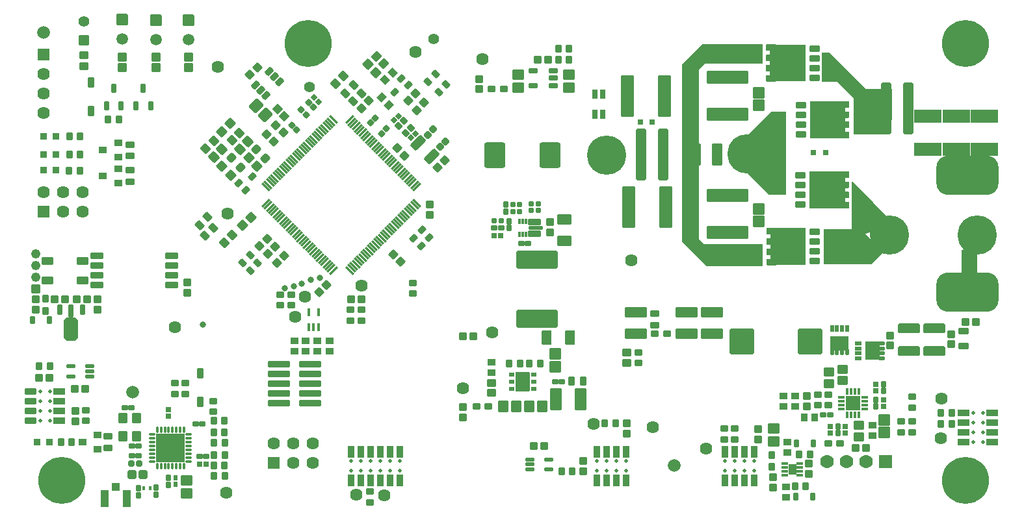
<source format=gts>
G04*
G04 #@! TF.GenerationSoftware,Altium Limited,Altium Designer,21.7.2 (23)*
G04*
G04 Layer_Color=8388736*
%FSAX25Y25*%
%MOIN*%
G70*
G04*
G04 #@! TF.SameCoordinates,7BBA0914-394B-4DB2-939C-07DA4AAD527A*
G04*
G04*
G04 #@! TF.FilePolarity,Negative*
G04*
G01*
G75*
G04:AMPARAMS|DCode=62|XSize=25.59mil|YSize=27.56mil|CornerRadius=1.92mil|HoleSize=0mil|Usage=FLASHONLY|Rotation=180.000|XOffset=0mil|YOffset=0mil|HoleType=Round|Shape=RoundedRectangle|*
%AMROUNDEDRECTD62*
21,1,0.02559,0.02372,0,0,180.0*
21,1,0.02175,0.02756,0,0,180.0*
1,1,0.00384,-0.01088,0.01186*
1,1,0.00384,0.01088,0.01186*
1,1,0.00384,0.01088,-0.01186*
1,1,0.00384,-0.01088,-0.01186*
%
%ADD62ROUNDEDRECTD62*%
G04:AMPARAMS|DCode=101|XSize=61.2mil|YSize=61.27mil|CornerRadius=4.59mil|HoleSize=0mil|Usage=FLASHONLY|Rotation=270.000|XOffset=0mil|YOffset=0mil|HoleType=Round|Shape=RoundedRectangle|*
%AMROUNDEDRECTD101*
21,1,0.06120,0.05209,0,0,270.0*
21,1,0.05202,0.06127,0,0,270.0*
1,1,0.00918,-0.02604,-0.02601*
1,1,0.00918,-0.02604,0.02601*
1,1,0.00918,0.02604,0.02601*
1,1,0.00918,0.02604,-0.02601*
%
%ADD101ROUNDEDRECTD101*%
G04:AMPARAMS|DCode=110|XSize=15.75mil|YSize=19.68mil|CornerRadius=1.18mil|HoleSize=0mil|Usage=FLASHONLY|Rotation=180.000|XOffset=0mil|YOffset=0mil|HoleType=Round|Shape=RoundedRectangle|*
%AMROUNDEDRECTD110*
21,1,0.01575,0.01732,0,0,180.0*
21,1,0.01339,0.01968,0,0,180.0*
1,1,0.00236,-0.00669,0.00866*
1,1,0.00236,0.00669,0.00866*
1,1,0.00236,0.00669,-0.00866*
1,1,0.00236,-0.00669,-0.00866*
%
%ADD110ROUNDEDRECTD110*%
G04:AMPARAMS|DCode=114|XSize=24.23mil|YSize=22.54mil|CornerRadius=1.69mil|HoleSize=0mil|Usage=FLASHONLY|Rotation=90.000|XOffset=0mil|YOffset=0mil|HoleType=Round|Shape=RoundedRectangle|*
%AMROUNDEDRECTD114*
21,1,0.02423,0.01916,0,0,90.0*
21,1,0.02085,0.02254,0,0,90.0*
1,1,0.00338,0.00958,0.01042*
1,1,0.00338,0.00958,-0.01042*
1,1,0.00338,-0.00958,-0.01042*
1,1,0.00338,-0.00958,0.01042*
%
%ADD114ROUNDEDRECTD114*%
G04:AMPARAMS|DCode=117|XSize=39.37mil|YSize=13.78mil|CornerRadius=1.03mil|HoleSize=0mil|Usage=FLASHONLY|Rotation=90.000|XOffset=0mil|YOffset=0mil|HoleType=Round|Shape=RoundedRectangle|*
%AMROUNDEDRECTD117*
21,1,0.03937,0.01171,0,0,90.0*
21,1,0.03730,0.01378,0,0,90.0*
1,1,0.00207,0.00586,0.01865*
1,1,0.00207,0.00586,-0.01865*
1,1,0.00207,-0.00586,-0.01865*
1,1,0.00207,-0.00586,0.01865*
%
%ADD117ROUNDEDRECTD117*%
%ADD133R,0.08268X0.14075*%
G04:AMPARAMS|DCode=134|XSize=40.16mil|YSize=32.28mil|CornerRadius=4.43mil|HoleSize=0mil|Usage=FLASHONLY|Rotation=180.000|XOffset=0mil|YOffset=0mil|HoleType=Round|Shape=RoundedRectangle|*
%AMROUNDEDRECTD134*
21,1,0.04016,0.02343,0,0,180.0*
21,1,0.03130,0.03228,0,0,180.0*
1,1,0.00886,-0.01565,0.01171*
1,1,0.00886,0.01565,0.01171*
1,1,0.00886,0.01565,-0.01171*
1,1,0.00886,-0.01565,-0.01171*
%
%ADD134ROUNDEDRECTD134*%
G04:AMPARAMS|DCode=135|XSize=213.39mil|YSize=91.34mil|CornerRadius=8.86mil|HoleSize=0mil|Usage=FLASHONLY|Rotation=0.000|XOffset=0mil|YOffset=0mil|HoleType=Round|Shape=RoundedRectangle|*
%AMROUNDEDRECTD135*
21,1,0.21339,0.07362,0,0,0.0*
21,1,0.19567,0.09134,0,0,0.0*
1,1,0.01772,0.09783,-0.03681*
1,1,0.01772,-0.09783,-0.03681*
1,1,0.01772,-0.09783,0.03681*
1,1,0.01772,0.09783,0.03681*
%
%ADD135ROUNDEDRECTD135*%
%ADD136C,0.05472*%
G04:AMPARAMS|DCode=137|XSize=48.03mil|YSize=28.35mil|CornerRadius=2.48mil|HoleSize=0mil|Usage=FLASHONLY|Rotation=270.000|XOffset=0mil|YOffset=0mil|HoleType=Round|Shape=RoundedRectangle|*
%AMROUNDEDRECTD137*
21,1,0.04803,0.02339,0,0,270.0*
21,1,0.04307,0.02835,0,0,270.0*
1,1,0.00496,-0.01169,-0.02153*
1,1,0.00496,-0.01169,0.02153*
1,1,0.00496,0.01169,0.02153*
1,1,0.00496,0.01169,-0.02153*
%
%ADD137ROUNDEDRECTD137*%
G04:AMPARAMS|DCode=138|XSize=40.16mil|YSize=32.28mil|CornerRadius=4.43mil|HoleSize=0mil|Usage=FLASHONLY|Rotation=135.000|XOffset=0mil|YOffset=0mil|HoleType=Round|Shape=RoundedRectangle|*
%AMROUNDEDRECTD138*
21,1,0.04016,0.02343,0,0,135.0*
21,1,0.03130,0.03228,0,0,135.0*
1,1,0.00886,-0.00278,0.01935*
1,1,0.00886,0.01935,-0.00278*
1,1,0.00886,0.00278,-0.01935*
1,1,0.00886,-0.01935,0.00278*
%
%ADD138ROUNDEDRECTD138*%
G04:AMPARAMS|DCode=139|XSize=42.13mil|YSize=38.19mil|CornerRadius=4.87mil|HoleSize=0mil|Usage=FLASHONLY|Rotation=270.000|XOffset=0mil|YOffset=0mil|HoleType=Round|Shape=RoundedRectangle|*
%AMROUNDEDRECTD139*
21,1,0.04213,0.02845,0,0,270.0*
21,1,0.03238,0.03819,0,0,270.0*
1,1,0.00974,-0.01422,-0.01619*
1,1,0.00974,-0.01422,0.01619*
1,1,0.00974,0.01422,0.01619*
1,1,0.00974,0.01422,-0.01619*
%
%ADD139ROUNDEDRECTD139*%
G04:AMPARAMS|DCode=140|XSize=40.16mil|YSize=32.28mil|CornerRadius=4.43mil|HoleSize=0mil|Usage=FLASHONLY|Rotation=90.000|XOffset=0mil|YOffset=0mil|HoleType=Round|Shape=RoundedRectangle|*
%AMROUNDEDRECTD140*
21,1,0.04016,0.02343,0,0,90.0*
21,1,0.03130,0.03228,0,0,90.0*
1,1,0.00886,0.01171,0.01565*
1,1,0.00886,0.01171,-0.01565*
1,1,0.00886,-0.01171,-0.01565*
1,1,0.00886,-0.01171,0.01565*
%
%ADD140ROUNDEDRECTD140*%
G04:AMPARAMS|DCode=141|XSize=42.13mil|YSize=36.22mil|CornerRadius=4.72mil|HoleSize=0mil|Usage=FLASHONLY|Rotation=45.000|XOffset=0mil|YOffset=0mil|HoleType=Round|Shape=RoundedRectangle|*
%AMROUNDEDRECTD141*
21,1,0.04213,0.02677,0,0,45.0*
21,1,0.03268,0.03622,0,0,45.0*
1,1,0.00945,0.02102,0.00209*
1,1,0.00945,-0.00209,-0.02102*
1,1,0.00945,-0.02102,-0.00209*
1,1,0.00945,0.00209,0.02102*
%
%ADD141ROUNDEDRECTD141*%
G04:AMPARAMS|DCode=142|XSize=42.13mil|YSize=36.22mil|CornerRadius=4.72mil|HoleSize=0mil|Usage=FLASHONLY|Rotation=180.000|XOffset=0mil|YOffset=0mil|HoleType=Round|Shape=RoundedRectangle|*
%AMROUNDEDRECTD142*
21,1,0.04213,0.02677,0,0,180.0*
21,1,0.03268,0.03622,0,0,180.0*
1,1,0.00945,-0.01634,0.01339*
1,1,0.00945,0.01634,0.01339*
1,1,0.00945,0.01634,-0.01339*
1,1,0.00945,-0.01634,-0.01339*
%
%ADD142ROUNDEDRECTD142*%
G04:AMPARAMS|DCode=143|XSize=44.09mil|YSize=46.06mil|CornerRadius=5.32mil|HoleSize=0mil|Usage=FLASHONLY|Rotation=135.000|XOffset=0mil|YOffset=0mil|HoleType=Round|Shape=RoundedRectangle|*
%AMROUNDEDRECTD143*
21,1,0.04409,0.03543,0,0,135.0*
21,1,0.03347,0.04606,0,0,135.0*
1,1,0.01063,0.00070,0.02436*
1,1,0.01063,0.02436,0.00070*
1,1,0.01063,-0.00070,-0.02436*
1,1,0.01063,-0.02436,-0.00070*
%
%ADD143ROUNDEDRECTD143*%
G04:AMPARAMS|DCode=144|XSize=46.06mil|YSize=40.16mil|CornerRadius=5.02mil|HoleSize=0mil|Usage=FLASHONLY|Rotation=135.000|XOffset=0mil|YOffset=0mil|HoleType=Round|Shape=RoundedRectangle|*
%AMROUNDEDRECTD144*
21,1,0.04606,0.03012,0,0,135.0*
21,1,0.03602,0.04016,0,0,135.0*
1,1,0.01004,-0.00209,0.02339*
1,1,0.01004,0.02339,-0.00209*
1,1,0.01004,0.00209,-0.02339*
1,1,0.01004,-0.02339,0.00209*
%
%ADD144ROUNDEDRECTD144*%
G04:AMPARAMS|DCode=145|XSize=42.13mil|YSize=42.13mil|CornerRadius=5.17mil|HoleSize=0mil|Usage=FLASHONLY|Rotation=45.000|XOffset=0mil|YOffset=0mil|HoleType=Round|Shape=RoundedRectangle|*
%AMROUNDEDRECTD145*
21,1,0.04213,0.03179,0,0,45.0*
21,1,0.03179,0.04213,0,0,45.0*
1,1,0.01034,0.02248,0.00000*
1,1,0.01034,0.00000,-0.02248*
1,1,0.01034,-0.02248,0.00000*
1,1,0.01034,0.00000,0.02248*
%
%ADD145ROUNDEDRECTD145*%
G04:AMPARAMS|DCode=146|XSize=29.92mil|YSize=31.5mil|CornerRadius=4.25mil|HoleSize=0mil|Usage=FLASHONLY|Rotation=0.000|XOffset=0mil|YOffset=0mil|HoleType=Round|Shape=RoundedRectangle|*
%AMROUNDEDRECTD146*
21,1,0.02992,0.02299,0,0,0.0*
21,1,0.02142,0.03150,0,0,0.0*
1,1,0.00850,0.01071,-0.01150*
1,1,0.00850,-0.01071,-0.01150*
1,1,0.00850,-0.01071,0.01150*
1,1,0.00850,0.01071,0.01150*
%
%ADD146ROUNDEDRECTD146*%
G04:AMPARAMS|DCode=147|XSize=40.16mil|YSize=32.28mil|CornerRadius=4.43mil|HoleSize=0mil|Usage=FLASHONLY|Rotation=225.000|XOffset=0mil|YOffset=0mil|HoleType=Round|Shape=RoundedRectangle|*
%AMROUNDEDRECTD147*
21,1,0.04016,0.02343,0,0,225.0*
21,1,0.03130,0.03228,0,0,225.0*
1,1,0.00886,-0.01935,-0.00278*
1,1,0.00886,0.00278,0.01935*
1,1,0.00886,0.01935,0.00278*
1,1,0.00886,-0.00278,-0.01935*
%
%ADD147ROUNDEDRECTD147*%
G04:AMPARAMS|DCode=148|XSize=42.13mil|YSize=36.22mil|CornerRadius=4.72mil|HoleSize=0mil|Usage=FLASHONLY|Rotation=315.000|XOffset=0mil|YOffset=0mil|HoleType=Round|Shape=RoundedRectangle|*
%AMROUNDEDRECTD148*
21,1,0.04213,0.02677,0,0,315.0*
21,1,0.03268,0.03622,0,0,315.0*
1,1,0.00945,0.00209,-0.02102*
1,1,0.00945,-0.02102,0.00209*
1,1,0.00945,-0.00209,0.02102*
1,1,0.00945,0.02102,-0.00209*
%
%ADD148ROUNDEDRECTD148*%
G04:AMPARAMS|DCode=149|XSize=55.91mil|YSize=44.09mil|CornerRadius=5.32mil|HoleSize=0mil|Usage=FLASHONLY|Rotation=180.000|XOffset=0mil|YOffset=0mil|HoleType=Round|Shape=RoundedRectangle|*
%AMROUNDEDRECTD149*
21,1,0.05591,0.03347,0,0,180.0*
21,1,0.04528,0.04409,0,0,180.0*
1,1,0.01063,-0.02264,0.01673*
1,1,0.01063,0.02264,0.01673*
1,1,0.01063,0.02264,-0.01673*
1,1,0.01063,-0.02264,-0.01673*
%
%ADD149ROUNDEDRECTD149*%
G04:AMPARAMS|DCode=150|XSize=61.81mil|YSize=53.94mil|CornerRadius=6.05mil|HoleSize=0mil|Usage=FLASHONLY|Rotation=180.000|XOffset=0mil|YOffset=0mil|HoleType=Round|Shape=RoundedRectangle|*
%AMROUNDEDRECTD150*
21,1,0.06181,0.04183,0,0,180.0*
21,1,0.04970,0.05394,0,0,180.0*
1,1,0.01211,-0.02485,0.02092*
1,1,0.01211,0.02485,0.02092*
1,1,0.01211,0.02485,-0.02092*
1,1,0.01211,-0.02485,-0.02092*
%
%ADD150ROUNDEDRECTD150*%
G04:AMPARAMS|DCode=151|XSize=42.13mil|YSize=38.19mil|CornerRadius=4.87mil|HoleSize=0mil|Usage=FLASHONLY|Rotation=180.000|XOffset=0mil|YOffset=0mil|HoleType=Round|Shape=RoundedRectangle|*
%AMROUNDEDRECTD151*
21,1,0.04213,0.02845,0,0,180.0*
21,1,0.03238,0.03819,0,0,180.0*
1,1,0.00974,-0.01619,0.01422*
1,1,0.00974,0.01619,0.01422*
1,1,0.00974,0.01619,-0.01422*
1,1,0.00974,-0.01619,-0.01422*
%
%ADD151ROUNDEDRECTD151*%
G04:AMPARAMS|DCode=152|XSize=42.13mil|YSize=38.19mil|CornerRadius=4.87mil|HoleSize=0mil|Usage=FLASHONLY|Rotation=135.000|XOffset=0mil|YOffset=0mil|HoleType=Round|Shape=RoundedRectangle|*
%AMROUNDEDRECTD152*
21,1,0.04213,0.02845,0,0,135.0*
21,1,0.03238,0.03819,0,0,135.0*
1,1,0.00974,-0.00139,0.02151*
1,1,0.00974,0.02151,-0.00139*
1,1,0.00974,0.00139,-0.02151*
1,1,0.00974,-0.02151,0.00139*
%
%ADD152ROUNDEDRECTD152*%
G04:AMPARAMS|DCode=153|XSize=42.13mil|YSize=38.19mil|CornerRadius=4.87mil|HoleSize=0mil|Usage=FLASHONLY|Rotation=45.000|XOffset=0mil|YOffset=0mil|HoleType=Round|Shape=RoundedRectangle|*
%AMROUNDEDRECTD153*
21,1,0.04213,0.02845,0,0,45.0*
21,1,0.03238,0.03819,0,0,45.0*
1,1,0.00974,0.02151,0.00139*
1,1,0.00974,-0.00139,-0.02151*
1,1,0.00974,-0.02151,-0.00139*
1,1,0.00974,0.00139,0.02151*
%
%ADD153ROUNDEDRECTD153*%
G04:AMPARAMS|DCode=154|XSize=29.92mil|YSize=31.5mil|CornerRadius=4.25mil|HoleSize=0mil|Usage=FLASHONLY|Rotation=45.000|XOffset=0mil|YOffset=0mil|HoleType=Round|Shape=RoundedRectangle|*
%AMROUNDEDRECTD154*
21,1,0.02992,0.02299,0,0,45.0*
21,1,0.02142,0.03150,0,0,45.0*
1,1,0.00850,0.01570,-0.00056*
1,1,0.00850,0.00056,-0.01570*
1,1,0.00850,-0.01570,0.00056*
1,1,0.00850,-0.00056,0.01570*
%
%ADD154ROUNDEDRECTD154*%
G04:AMPARAMS|DCode=155|XSize=44.09mil|YSize=46.06mil|CornerRadius=5.32mil|HoleSize=0mil|Usage=FLASHONLY|Rotation=45.000|XOffset=0mil|YOffset=0mil|HoleType=Round|Shape=RoundedRectangle|*
%AMROUNDEDRECTD155*
21,1,0.04409,0.03543,0,0,45.0*
21,1,0.03347,0.04606,0,0,45.0*
1,1,0.01063,0.02436,-0.00070*
1,1,0.01063,0.00070,-0.02436*
1,1,0.01063,-0.02436,0.00070*
1,1,0.01063,-0.00070,0.02436*
%
%ADD155ROUNDEDRECTD155*%
G04:AMPARAMS|DCode=156|XSize=44.09mil|YSize=46.06mil|CornerRadius=5.32mil|HoleSize=0mil|Usage=FLASHONLY|Rotation=90.000|XOffset=0mil|YOffset=0mil|HoleType=Round|Shape=RoundedRectangle|*
%AMROUNDEDRECTD156*
21,1,0.04409,0.03543,0,0,90.0*
21,1,0.03347,0.04606,0,0,90.0*
1,1,0.01063,0.01772,0.01673*
1,1,0.01063,0.01772,-0.01673*
1,1,0.01063,-0.01772,-0.01673*
1,1,0.01063,-0.01772,0.01673*
%
%ADD156ROUNDEDRECTD156*%
G04:AMPARAMS|DCode=157|XSize=29.92mil|YSize=31.5mil|CornerRadius=4.25mil|HoleSize=0mil|Usage=FLASHONLY|Rotation=270.000|XOffset=0mil|YOffset=0mil|HoleType=Round|Shape=RoundedRectangle|*
%AMROUNDEDRECTD157*
21,1,0.02992,0.02299,0,0,270.0*
21,1,0.02142,0.03150,0,0,270.0*
1,1,0.00850,-0.01150,-0.01071*
1,1,0.00850,-0.01150,0.01071*
1,1,0.00850,0.01150,0.01071*
1,1,0.00850,0.01150,-0.01071*
%
%ADD157ROUNDEDRECTD157*%
G04:AMPARAMS|DCode=158|XSize=61.81mil|YSize=57.87mil|CornerRadius=6.35mil|HoleSize=0mil|Usage=FLASHONLY|Rotation=180.000|XOffset=0mil|YOffset=0mil|HoleType=Round|Shape=RoundedRectangle|*
%AMROUNDEDRECTD158*
21,1,0.06181,0.04518,0,0,180.0*
21,1,0.04911,0.05787,0,0,180.0*
1,1,0.01270,-0.02456,0.02259*
1,1,0.01270,0.02456,0.02259*
1,1,0.01270,0.02456,-0.02259*
1,1,0.01270,-0.02456,-0.02259*
%
%ADD158ROUNDEDRECTD158*%
G04:AMPARAMS|DCode=159|XSize=26.38mil|YSize=28.35mil|CornerRadius=3.99mil|HoleSize=0mil|Usage=FLASHONLY|Rotation=270.000|XOffset=0mil|YOffset=0mil|HoleType=Round|Shape=RoundedRectangle|*
%AMROUNDEDRECTD159*
21,1,0.02638,0.02037,0,0,270.0*
21,1,0.01841,0.02835,0,0,270.0*
1,1,0.00797,-0.01019,-0.00920*
1,1,0.00797,-0.01019,0.00920*
1,1,0.00797,0.01019,0.00920*
1,1,0.00797,0.01019,-0.00920*
%
%ADD159ROUNDEDRECTD159*%
G04:AMPARAMS|DCode=160|XSize=111.02mil|YSize=55.91mil|CornerRadius=6.2mil|HoleSize=0mil|Usage=FLASHONLY|Rotation=270.000|XOffset=0mil|YOffset=0mil|HoleType=Round|Shape=RoundedRectangle|*
%AMROUNDEDRECTD160*
21,1,0.11102,0.04350,0,0,270.0*
21,1,0.09862,0.05591,0,0,270.0*
1,1,0.01240,-0.02175,-0.04931*
1,1,0.01240,-0.02175,0.04931*
1,1,0.01240,0.02175,0.04931*
1,1,0.01240,0.02175,-0.04931*
%
%ADD160ROUNDEDRECTD160*%
G04:AMPARAMS|DCode=161|XSize=213.39mil|YSize=67.72mil|CornerRadius=7.09mil|HoleSize=0mil|Usage=FLASHONLY|Rotation=90.000|XOffset=0mil|YOffset=0mil|HoleType=Round|Shape=RoundedRectangle|*
%AMROUNDEDRECTD161*
21,1,0.21339,0.05354,0,0,90.0*
21,1,0.19921,0.06772,0,0,90.0*
1,1,0.01417,0.02677,0.09961*
1,1,0.01417,0.02677,-0.09961*
1,1,0.01417,-0.02677,-0.09961*
1,1,0.01417,-0.02677,0.09961*
%
%ADD161ROUNDEDRECTD161*%
G04:AMPARAMS|DCode=162|XSize=22.44mil|YSize=28.35mil|CornerRadius=3.69mil|HoleSize=0mil|Usage=FLASHONLY|Rotation=90.000|XOffset=0mil|YOffset=0mil|HoleType=Round|Shape=RoundedRectangle|*
%AMROUNDEDRECTD162*
21,1,0.02244,0.02097,0,0,90.0*
21,1,0.01506,0.02835,0,0,90.0*
1,1,0.00738,0.01048,0.00753*
1,1,0.00738,0.01048,-0.00753*
1,1,0.00738,-0.01048,-0.00753*
1,1,0.00738,-0.01048,0.00753*
%
%ADD162ROUNDEDRECTD162*%
G04:AMPARAMS|DCode=163|XSize=73.62mil|YSize=103.15mil|CornerRadius=7.53mil|HoleSize=0mil|Usage=FLASHONLY|Rotation=0.000|XOffset=0mil|YOffset=0mil|HoleType=Round|Shape=RoundedRectangle|*
%AMROUNDEDRECTD163*
21,1,0.07362,0.08809,0,0,0.0*
21,1,0.05856,0.10315,0,0,0.0*
1,1,0.01506,0.02928,-0.04405*
1,1,0.01506,-0.02928,-0.04405*
1,1,0.01506,-0.02928,0.04405*
1,1,0.01506,0.02928,0.04405*
%
%ADD163ROUNDEDRECTD163*%
G04:AMPARAMS|DCode=164|XSize=61.81mil|YSize=53.94mil|CornerRadius=6.05mil|HoleSize=0mil|Usage=FLASHONLY|Rotation=270.000|XOffset=0mil|YOffset=0mil|HoleType=Round|Shape=RoundedRectangle|*
%AMROUNDEDRECTD164*
21,1,0.06181,0.04183,0,0,270.0*
21,1,0.04970,0.05394,0,0,270.0*
1,1,0.01211,-0.02092,-0.02485*
1,1,0.01211,-0.02092,0.02485*
1,1,0.01211,0.02092,0.02485*
1,1,0.01211,0.02092,-0.02485*
%
%ADD164ROUNDEDRECTD164*%
G04:AMPARAMS|DCode=165|XSize=32.28mil|YSize=38.19mil|CornerRadius=4.43mil|HoleSize=0mil|Usage=FLASHONLY|Rotation=270.000|XOffset=0mil|YOffset=0mil|HoleType=Round|Shape=RoundedRectangle|*
%AMROUNDEDRECTD165*
21,1,0.03228,0.02933,0,0,270.0*
21,1,0.02343,0.03819,0,0,270.0*
1,1,0.00886,-0.01467,-0.01171*
1,1,0.00886,-0.01467,0.01171*
1,1,0.00886,0.01467,0.01171*
1,1,0.00886,0.01467,-0.01171*
%
%ADD165ROUNDEDRECTD165*%
G04:AMPARAMS|DCode=166|XSize=44.09mil|YSize=40.16mil|CornerRadius=5.02mil|HoleSize=0mil|Usage=FLASHONLY|Rotation=0.000|XOffset=0mil|YOffset=0mil|HoleType=Round|Shape=RoundedRectangle|*
%AMROUNDEDRECTD166*
21,1,0.04409,0.03012,0,0,0.0*
21,1,0.03406,0.04016,0,0,0.0*
1,1,0.01004,0.01703,-0.01506*
1,1,0.01004,-0.01703,-0.01506*
1,1,0.01004,-0.01703,0.01506*
1,1,0.01004,0.01703,0.01506*
%
%ADD166ROUNDEDRECTD166*%
G04:AMPARAMS|DCode=167|XSize=114.96mil|YSize=57.87mil|CornerRadius=6.35mil|HoleSize=0mil|Usage=FLASHONLY|Rotation=270.000|XOffset=0mil|YOffset=0mil|HoleType=Round|Shape=RoundedRectangle|*
%AMROUNDEDRECTD167*
21,1,0.11496,0.04518,0,0,270.0*
21,1,0.10226,0.05787,0,0,270.0*
1,1,0.01270,-0.02259,-0.05113*
1,1,0.01270,-0.02259,0.05113*
1,1,0.01270,0.02259,0.05113*
1,1,0.01270,0.02259,-0.05113*
%
%ADD167ROUNDEDRECTD167*%
G04:AMPARAMS|DCode=168|XSize=44.09mil|YSize=36.22mil|CornerRadius=4.72mil|HoleSize=0mil|Usage=FLASHONLY|Rotation=90.000|XOffset=0mil|YOffset=0mil|HoleType=Round|Shape=RoundedRectangle|*
%AMROUNDEDRECTD168*
21,1,0.04409,0.02677,0,0,90.0*
21,1,0.03465,0.03622,0,0,90.0*
1,1,0.00945,0.01339,0.01732*
1,1,0.00945,0.01339,-0.01732*
1,1,0.00945,-0.01339,-0.01732*
1,1,0.00945,-0.01339,0.01732*
%
%ADD168ROUNDEDRECTD168*%
%ADD169C,0.06378*%
G04:AMPARAMS|DCode=170|XSize=29.53mil|YSize=37.4mil|CornerRadius=4.22mil|HoleSize=0mil|Usage=FLASHONLY|Rotation=0.000|XOffset=0mil|YOffset=0mil|HoleType=Round|Shape=RoundedRectangle|*
%AMROUNDEDRECTD170*
21,1,0.02953,0.02896,0,0,0.0*
21,1,0.02108,0.03740,0,0,0.0*
1,1,0.00845,0.01054,-0.01448*
1,1,0.00845,-0.01054,-0.01448*
1,1,0.00845,-0.01054,0.01448*
1,1,0.00845,0.01054,0.01448*
%
%ADD170ROUNDEDRECTD170*%
G04:AMPARAMS|DCode=171|XSize=130.71mil|YSize=107.09mil|CornerRadius=10.04mil|HoleSize=0mil|Usage=FLASHONLY|Rotation=90.000|XOffset=0mil|YOffset=0mil|HoleType=Round|Shape=RoundedRectangle|*
%AMROUNDEDRECTD171*
21,1,0.13071,0.08701,0,0,90.0*
21,1,0.11063,0.10709,0,0,90.0*
1,1,0.02008,0.04350,0.05531*
1,1,0.02008,0.04350,-0.05531*
1,1,0.02008,-0.04350,-0.05531*
1,1,0.02008,-0.04350,0.05531*
%
%ADD171ROUNDEDRECTD171*%
G04:AMPARAMS|DCode=172|XSize=264.57mil|YSize=51.97mil|CornerRadius=5.91mil|HoleSize=0mil|Usage=FLASHONLY|Rotation=90.000|XOffset=0mil|YOffset=0mil|HoleType=Round|Shape=RoundedRectangle|*
%AMROUNDEDRECTD172*
21,1,0.26457,0.04016,0,0,90.0*
21,1,0.25276,0.05197,0,0,90.0*
1,1,0.01181,0.02008,0.12638*
1,1,0.01181,0.02008,-0.12638*
1,1,0.01181,-0.02008,-0.12638*
1,1,0.01181,-0.02008,0.12638*
%
%ADD172ROUNDEDRECTD172*%
G04:AMPARAMS|DCode=173|XSize=59.84mil|YSize=33.86mil|CornerRadius=4.55mil|HoleSize=0mil|Usage=FLASHONLY|Rotation=0.000|XOffset=0mil|YOffset=0mil|HoleType=Round|Shape=RoundedRectangle|*
%AMROUNDEDRECTD173*
21,1,0.05984,0.02476,0,0,0.0*
21,1,0.05075,0.03386,0,0,0.0*
1,1,0.00909,0.02537,-0.01238*
1,1,0.00909,-0.02537,-0.01238*
1,1,0.00909,-0.02537,0.01238*
1,1,0.00909,0.02537,0.01238*
%
%ADD173ROUNDEDRECTD173*%
G04:AMPARAMS|DCode=174|XSize=13.72mil|YSize=59.84mil|CornerRadius=0mil|HoleSize=0mil|Usage=FLASHONLY|Rotation=225.000|XOffset=0mil|YOffset=0mil|HoleType=Round|Shape=Round|*
%AMOVALD174*
21,1,0.04612,0.01372,0.00000,0.00000,315.0*
1,1,0.01372,-0.01631,0.01631*
1,1,0.01372,0.01631,-0.01631*
%
%ADD174OVALD174*%

G04:AMPARAMS|DCode=175|XSize=13.72mil|YSize=59.84mil|CornerRadius=0mil|HoleSize=0mil|Usage=FLASHONLY|Rotation=315.000|XOffset=0mil|YOffset=0mil|HoleType=Round|Shape=Round|*
%AMOVALD175*
21,1,0.04612,0.01372,0.00000,0.00000,45.0*
1,1,0.01372,-0.01631,-0.01631*
1,1,0.01372,0.01631,0.01631*
%
%ADD175OVALD175*%

G04:AMPARAMS|DCode=176|XSize=142.52mil|YSize=67.72mil|CornerRadius=7.09mil|HoleSize=0mil|Usage=FLASHONLY|Rotation=0.000|XOffset=0mil|YOffset=0mil|HoleType=Round|Shape=RoundedRectangle|*
%AMROUNDEDRECTD176*
21,1,0.14252,0.05354,0,0,0.0*
21,1,0.12835,0.06772,0,0,0.0*
1,1,0.01417,0.06417,-0.02677*
1,1,0.01417,-0.06417,-0.02677*
1,1,0.01417,-0.06417,0.02677*
1,1,0.01417,0.06417,0.02677*
%
%ADD176ROUNDEDRECTD176*%
G04:AMPARAMS|DCode=177|XSize=28.35mil|YSize=46.06mil|CornerRadius=4.13mil|HoleSize=0mil|Usage=FLASHONLY|Rotation=180.000|XOffset=0mil|YOffset=0mil|HoleType=Round|Shape=RoundedRectangle|*
%AMROUNDEDRECTD177*
21,1,0.02835,0.03780,0,0,180.0*
21,1,0.02008,0.04606,0,0,180.0*
1,1,0.00827,-0.01004,0.01890*
1,1,0.00827,0.01004,0.01890*
1,1,0.00827,0.01004,-0.01890*
1,1,0.00827,-0.01004,-0.01890*
%
%ADD177ROUNDEDRECTD177*%
G04:AMPARAMS|DCode=178|XSize=32.28mil|YSize=51.97mil|CornerRadius=4.43mil|HoleSize=0mil|Usage=FLASHONLY|Rotation=180.000|XOffset=0mil|YOffset=0mil|HoleType=Round|Shape=RoundedRectangle|*
%AMROUNDEDRECTD178*
21,1,0.03228,0.04311,0,0,180.0*
21,1,0.02343,0.05197,0,0,180.0*
1,1,0.00886,-0.01171,0.02156*
1,1,0.00886,0.01171,0.02156*
1,1,0.00886,0.01171,-0.02156*
1,1,0.00886,-0.01171,-0.02156*
%
%ADD178ROUNDEDRECTD178*%
G04:AMPARAMS|DCode=179|XSize=46.06mil|YSize=40.16mil|CornerRadius=5.02mil|HoleSize=0mil|Usage=FLASHONLY|Rotation=0.000|XOffset=0mil|YOffset=0mil|HoleType=Round|Shape=RoundedRectangle|*
%AMROUNDEDRECTD179*
21,1,0.04606,0.03012,0,0,0.0*
21,1,0.03602,0.04016,0,0,0.0*
1,1,0.01004,0.01801,-0.01506*
1,1,0.01004,-0.01801,-0.01506*
1,1,0.01004,-0.01801,0.01506*
1,1,0.01004,0.01801,0.01506*
%
%ADD179ROUNDEDRECTD179*%
G04:AMPARAMS|DCode=180|XSize=40.16mil|YSize=38.19mil|CornerRadius=4.87mil|HoleSize=0mil|Usage=FLASHONLY|Rotation=270.000|XOffset=0mil|YOffset=0mil|HoleType=Round|Shape=RoundedRectangle|*
%AMROUNDEDRECTD180*
21,1,0.04016,0.02845,0,0,270.0*
21,1,0.03041,0.03819,0,0,270.0*
1,1,0.00974,-0.01422,-0.01521*
1,1,0.00974,-0.01422,0.01521*
1,1,0.00974,0.01422,0.01521*
1,1,0.00974,0.01422,-0.01521*
%
%ADD180ROUNDEDRECTD180*%
G04:AMPARAMS|DCode=181|XSize=34.25mil|YSize=16.54mil|CornerRadius=3.25mil|HoleSize=0mil|Usage=FLASHONLY|Rotation=0.000|XOffset=0mil|YOffset=0mil|HoleType=Round|Shape=RoundedRectangle|*
%AMROUNDEDRECTD181*
21,1,0.03425,0.01004,0,0,0.0*
21,1,0.02776,0.01654,0,0,0.0*
1,1,0.00650,0.01388,-0.00502*
1,1,0.00650,-0.01388,-0.00502*
1,1,0.00650,-0.01388,0.00502*
1,1,0.00650,0.01388,0.00502*
%
%ADD181ROUNDEDRECTD181*%
%ADD182R,0.04016X0.05591*%
G04:AMPARAMS|DCode=183|XSize=32.28mil|YSize=38.19mil|CornerRadius=4.43mil|HoleSize=0mil|Usage=FLASHONLY|Rotation=0.000|XOffset=0mil|YOffset=0mil|HoleType=Round|Shape=RoundedRectangle|*
%AMROUNDEDRECTD183*
21,1,0.03228,0.02933,0,0,0.0*
21,1,0.02343,0.03819,0,0,0.0*
1,1,0.00886,0.01171,-0.01467*
1,1,0.00886,-0.01171,-0.01467*
1,1,0.00886,-0.01171,0.01467*
1,1,0.00886,0.01171,0.01467*
%
%ADD183ROUNDEDRECTD183*%
G04:AMPARAMS|DCode=184|XSize=36.22mil|YSize=40.16mil|CornerRadius=4.72mil|HoleSize=0mil|Usage=FLASHONLY|Rotation=270.000|XOffset=0mil|YOffset=0mil|HoleType=Round|Shape=RoundedRectangle|*
%AMROUNDEDRECTD184*
21,1,0.03622,0.03071,0,0,270.0*
21,1,0.02677,0.04016,0,0,270.0*
1,1,0.00945,-0.01535,-0.01339*
1,1,0.00945,-0.01535,0.01339*
1,1,0.00945,0.01535,0.01339*
1,1,0.00945,0.01535,-0.01339*
%
%ADD184ROUNDEDRECTD184*%
G04:AMPARAMS|DCode=185|XSize=22.44mil|YSize=46.06mil|CornerRadius=4.31mil|HoleSize=0mil|Usage=FLASHONLY|Rotation=270.000|XOffset=0mil|YOffset=0mil|HoleType=Round|Shape=RoundedRectangle|*
%AMROUNDEDRECTD185*
21,1,0.02244,0.03744,0,0,270.0*
21,1,0.01382,0.04606,0,0,270.0*
1,1,0.00862,-0.01872,-0.00691*
1,1,0.00862,-0.01872,0.00691*
1,1,0.00862,0.01872,0.00691*
1,1,0.00862,0.01872,-0.00691*
%
%ADD185ROUNDEDRECTD185*%
G04:AMPARAMS|DCode=186|XSize=62.6mil|YSize=33.86mil|CornerRadius=4.55mil|HoleSize=0mil|Usage=FLASHONLY|Rotation=0.000|XOffset=0mil|YOffset=0mil|HoleType=Round|Shape=RoundedRectangle|*
%AMROUNDEDRECTD186*
21,1,0.06260,0.02476,0,0,0.0*
21,1,0.05350,0.03386,0,0,0.0*
1,1,0.00909,0.02675,-0.01238*
1,1,0.00909,-0.02675,-0.01238*
1,1,0.00909,-0.02675,0.01238*
1,1,0.00909,0.02675,0.01238*
%
%ADD186ROUNDEDRECTD186*%
G04:AMPARAMS|DCode=187|XSize=36.22mil|YSize=36.22mil|CornerRadius=4.72mil|HoleSize=0mil|Usage=FLASHONLY|Rotation=270.000|XOffset=0mil|YOffset=0mil|HoleType=Round|Shape=RoundedRectangle|*
%AMROUNDEDRECTD187*
21,1,0.03622,0.02677,0,0,270.0*
21,1,0.02677,0.03622,0,0,270.0*
1,1,0.00945,-0.01339,-0.01339*
1,1,0.00945,-0.01339,0.01339*
1,1,0.00945,0.01339,0.01339*
1,1,0.00945,0.01339,-0.01339*
%
%ADD187ROUNDEDRECTD187*%
G04:AMPARAMS|DCode=188|XSize=201.57mil|YSize=319.69mil|CornerRadius=61.42mil|HoleSize=0mil|Usage=FLASHONLY|Rotation=90.000|XOffset=0mil|YOffset=0mil|HoleType=Round|Shape=RoundedRectangle|*
%AMROUNDEDRECTD188*
21,1,0.20157,0.19685,0,0,90.0*
21,1,0.07874,0.31969,0,0,90.0*
1,1,0.12284,0.09843,0.03937*
1,1,0.12284,0.09843,-0.03937*
1,1,0.12284,-0.09843,-0.03937*
1,1,0.12284,-0.09843,0.03937*
%
%ADD188ROUNDEDRECTD188*%
G04:AMPARAMS|DCode=189|XSize=33.86mil|YSize=114.57mil|CornerRadius=4.55mil|HoleSize=0mil|Usage=FLASHONLY|Rotation=270.000|XOffset=0mil|YOffset=0mil|HoleType=Round|Shape=RoundedRectangle|*
%AMROUNDEDRECTD189*
21,1,0.03386,0.10547,0,0,270.0*
21,1,0.02476,0.11457,0,0,270.0*
1,1,0.00909,-0.05274,-0.01238*
1,1,0.00909,-0.05274,0.01238*
1,1,0.00909,0.05274,0.01238*
1,1,0.00909,0.05274,-0.01238*
%
%ADD189ROUNDEDRECTD189*%
G04:AMPARAMS|DCode=190|XSize=25.98mil|YSize=27.56mil|CornerRadius=3.96mil|HoleSize=0mil|Usage=FLASHONLY|Rotation=315.000|XOffset=0mil|YOffset=0mil|HoleType=Round|Shape=RoundedRectangle|*
%AMROUNDEDRECTD190*
21,1,0.02598,0.01965,0,0,315.0*
21,1,0.01807,0.02756,0,0,315.0*
1,1,0.00791,-0.00056,-0.01334*
1,1,0.00791,-0.01334,-0.00056*
1,1,0.00791,0.00056,0.01334*
1,1,0.00791,0.01334,0.00056*
%
%ADD190ROUNDEDRECTD190*%
G04:AMPARAMS|DCode=191|XSize=33.07mil|YSize=34.65mil|CornerRadius=4.49mil|HoleSize=0mil|Usage=FLASHONLY|Rotation=315.000|XOffset=0mil|YOffset=0mil|HoleType=Round|Shape=RoundedRectangle|*
%AMROUNDEDRECTD191*
21,1,0.03307,0.02567,0,0,315.0*
21,1,0.02410,0.03465,0,0,315.0*
1,1,0.00898,-0.00056,-0.01759*
1,1,0.00898,-0.01759,-0.00056*
1,1,0.00898,0.00056,0.01759*
1,1,0.00898,0.01759,0.00056*
%
%ADD191ROUNDEDRECTD191*%
G04:AMPARAMS|DCode=192|XSize=30.32mil|YSize=34.25mil|CornerRadius=4.28mil|HoleSize=0mil|Usage=FLASHONLY|Rotation=225.000|XOffset=0mil|YOffset=0mil|HoleType=Round|Shape=RoundedRectangle|*
%AMROUNDEDRECTD192*
21,1,0.03032,0.02569,0,0,225.0*
21,1,0.02175,0.03425,0,0,225.0*
1,1,0.00856,-0.01677,0.00139*
1,1,0.00856,-0.00139,0.01677*
1,1,0.00856,0.01677,-0.00139*
1,1,0.00856,0.00139,-0.01677*
%
%ADD192ROUNDEDRECTD192*%
G04:AMPARAMS|DCode=193|XSize=44.09mil|YSize=75.59mil|CornerRadius=5.32mil|HoleSize=0mil|Usage=FLASHONLY|Rotation=135.000|XOffset=0mil|YOffset=0mil|HoleType=Round|Shape=RoundedRectangle|*
%AMROUNDEDRECTD193*
21,1,0.04409,0.06496,0,0,135.0*
21,1,0.03347,0.07559,0,0,135.0*
1,1,0.01063,0.01114,0.03480*
1,1,0.01063,0.03480,0.01114*
1,1,0.01063,-0.01114,-0.03480*
1,1,0.01063,-0.03480,-0.01114*
%
%ADD193ROUNDEDRECTD193*%
G04:AMPARAMS|DCode=194|XSize=30.32mil|YSize=51.97mil|CornerRadius=4.28mil|HoleSize=0mil|Usage=FLASHONLY|Rotation=270.000|XOffset=0mil|YOffset=0mil|HoleType=Round|Shape=RoundedRectangle|*
%AMROUNDEDRECTD194*
21,1,0.03032,0.04341,0,0,270.0*
21,1,0.02175,0.05197,0,0,270.0*
1,1,0.00856,-0.02170,-0.01088*
1,1,0.00856,-0.02170,0.01088*
1,1,0.00856,0.02170,0.01088*
1,1,0.00856,0.02170,-0.01088*
%
%ADD194ROUNDEDRECTD194*%
G04:AMPARAMS|DCode=195|XSize=62.6mil|YSize=33.86mil|CornerRadius=4.55mil|HoleSize=0mil|Usage=FLASHONLY|Rotation=90.000|XOffset=0mil|YOffset=0mil|HoleType=Round|Shape=RoundedRectangle|*
%AMROUNDEDRECTD195*
21,1,0.06260,0.02476,0,0,90.0*
21,1,0.05350,0.03386,0,0,90.0*
1,1,0.00909,0.01238,0.02675*
1,1,0.00909,0.01238,-0.02675*
1,1,0.00909,-0.01238,-0.02675*
1,1,0.00909,-0.01238,0.02675*
%
%ADD195ROUNDEDRECTD195*%
G04:AMPARAMS|DCode=196|XSize=55.91mil|YSize=36.22mil|CornerRadius=6.3mil|HoleSize=0mil|Usage=FLASHONLY|Rotation=180.000|XOffset=0mil|YOffset=0mil|HoleType=Round|Shape=RoundedRectangle|*
%AMROUNDEDRECTD196*
21,1,0.05591,0.02362,0,0,180.0*
21,1,0.04331,0.03622,0,0,180.0*
1,1,0.01260,-0.02165,0.01181*
1,1,0.01260,0.02165,0.01181*
1,1,0.01260,0.02165,-0.01181*
1,1,0.01260,-0.02165,-0.01181*
%
%ADD196ROUNDEDRECTD196*%
%ADD197R,0.07362X0.07362*%
G04:AMPARAMS|DCode=198|XSize=34.25mil|YSize=16.54mil|CornerRadius=3.25mil|HoleSize=0mil|Usage=FLASHONLY|Rotation=270.000|XOffset=0mil|YOffset=0mil|HoleType=Round|Shape=RoundedRectangle|*
%AMROUNDEDRECTD198*
21,1,0.03425,0.01004,0,0,270.0*
21,1,0.02776,0.01654,0,0,270.0*
1,1,0.00650,-0.00502,-0.01388*
1,1,0.00650,-0.00502,0.01388*
1,1,0.00650,0.00502,0.01388*
1,1,0.00650,0.00502,-0.01388*
%
%ADD198ROUNDEDRECTD198*%
G04:AMPARAMS|DCode=199|XSize=36.22mil|YSize=18.11mil|CornerRadius=3.37mil|HoleSize=0mil|Usage=FLASHONLY|Rotation=180.000|XOffset=0mil|YOffset=0mil|HoleType=Round|Shape=RoundedRectangle|*
%AMROUNDEDRECTD199*
21,1,0.03622,0.01138,0,0,180.0*
21,1,0.02949,0.01811,0,0,180.0*
1,1,0.00673,-0.01474,0.00569*
1,1,0.00673,0.01474,0.00569*
1,1,0.00673,0.01474,-0.00569*
1,1,0.00673,-0.01474,-0.00569*
%
%ADD199ROUNDEDRECTD199*%
G04:AMPARAMS|DCode=200|XSize=30.32mil|YSize=18.11mil|CornerRadius=3.37mil|HoleSize=0mil|Usage=FLASHONLY|Rotation=180.000|XOffset=0mil|YOffset=0mil|HoleType=Round|Shape=RoundedRectangle|*
%AMROUNDEDRECTD200*
21,1,0.03032,0.01138,0,0,180.0*
21,1,0.02358,0.01811,0,0,180.0*
1,1,0.00673,-0.01179,0.00569*
1,1,0.00673,0.01179,0.00569*
1,1,0.00673,0.01179,-0.00569*
1,1,0.00673,-0.01179,-0.00569*
%
%ADD200ROUNDEDRECTD200*%
G04:AMPARAMS|DCode=201|XSize=132.72mil|YSize=127.72mil|CornerRadius=11.59mil|HoleSize=0mil|Usage=FLASHONLY|Rotation=270.000|XOffset=0mil|YOffset=0mil|HoleType=Round|Shape=RoundedRectangle|*
%AMROUNDEDRECTD201*
21,1,0.13272,0.10454,0,0,270.0*
21,1,0.10954,0.12772,0,0,270.0*
1,1,0.02317,-0.05227,-0.05477*
1,1,0.02317,-0.05227,0.05477*
1,1,0.02317,0.05227,0.05477*
1,1,0.02317,0.05227,-0.05477*
%
%ADD201ROUNDEDRECTD201*%
G04:AMPARAMS|DCode=202|XSize=111.02mil|YSize=50mil|CornerRadius=5.76mil|HoleSize=0mil|Usage=FLASHONLY|Rotation=0.000|XOffset=0mil|YOffset=0mil|HoleType=Round|Shape=RoundedRectangle|*
%AMROUNDEDRECTD202*
21,1,0.11102,0.03848,0,0,0.0*
21,1,0.09951,0.05000,0,0,0.0*
1,1,0.01152,0.04975,-0.01924*
1,1,0.01152,-0.04975,-0.01924*
1,1,0.01152,-0.04975,0.01924*
1,1,0.01152,0.04975,0.01924*
%
%ADD202ROUNDEDRECTD202*%
G04:AMPARAMS|DCode=203|XSize=63.78mil|YSize=36.22mil|CornerRadius=4.72mil|HoleSize=0mil|Usage=FLASHONLY|Rotation=0.000|XOffset=0mil|YOffset=0mil|HoleType=Round|Shape=RoundedRectangle|*
%AMROUNDEDRECTD203*
21,1,0.06378,0.02677,0,0,0.0*
21,1,0.05433,0.03622,0,0,0.0*
1,1,0.00945,0.02717,-0.01339*
1,1,0.00945,-0.02717,-0.01339*
1,1,0.00945,-0.02717,0.01339*
1,1,0.00945,0.02717,0.01339*
%
%ADD203ROUNDEDRECTD203*%
G04:AMPARAMS|DCode=204|XSize=28.35mil|YSize=16.14mil|CornerRadius=3.22mil|HoleSize=0mil|Usage=FLASHONLY|Rotation=270.000|XOffset=0mil|YOffset=0mil|HoleType=Round|Shape=RoundedRectangle|*
%AMROUNDEDRECTD204*
21,1,0.02835,0.00971,0,0,270.0*
21,1,0.02191,0.01614,0,0,270.0*
1,1,0.00644,-0.00485,-0.01096*
1,1,0.00644,-0.00485,0.01096*
1,1,0.00644,0.00485,0.01096*
1,1,0.00644,0.00485,-0.01096*
%
%ADD204ROUNDEDRECTD204*%
G04:AMPARAMS|DCode=205|XSize=72.84mil|YSize=20.08mil|CornerRadius=3.51mil|HoleSize=0mil|Usage=FLASHONLY|Rotation=0.000|XOffset=0mil|YOffset=0mil|HoleType=Round|Shape=RoundedRectangle|*
%AMROUNDEDRECTD205*
21,1,0.07284,0.01305,0,0,0.0*
21,1,0.06581,0.02008,0,0,0.0*
1,1,0.00703,0.03290,-0.00653*
1,1,0.00703,-0.03290,-0.00653*
1,1,0.00703,-0.03290,0.00653*
1,1,0.00703,0.03290,0.00653*
%
%ADD205ROUNDEDRECTD205*%
G04:AMPARAMS|DCode=206|XSize=75.59mil|YSize=50mil|CornerRadius=5.76mil|HoleSize=0mil|Usage=FLASHONLY|Rotation=270.000|XOffset=0mil|YOffset=0mil|HoleType=Round|Shape=RoundedRectangle|*
%AMROUNDEDRECTD206*
21,1,0.07559,0.03848,0,0,270.0*
21,1,0.06408,0.05000,0,0,270.0*
1,1,0.01152,-0.01924,-0.03204*
1,1,0.01152,-0.01924,0.03204*
1,1,0.01152,0.01924,0.03204*
1,1,0.01152,0.01924,-0.03204*
%
%ADD206ROUNDEDRECTD206*%
G04:AMPARAMS|DCode=207|XSize=75.59mil|YSize=55.91mil|CornerRadius=6.2mil|HoleSize=0mil|Usage=FLASHONLY|Rotation=180.000|XOffset=0mil|YOffset=0mil|HoleType=Round|Shape=RoundedRectangle|*
%AMROUNDEDRECTD207*
21,1,0.07559,0.04350,0,0,180.0*
21,1,0.06319,0.05591,0,0,180.0*
1,1,0.01240,-0.03159,0.02175*
1,1,0.01240,0.03159,0.02175*
1,1,0.01240,0.03159,-0.02175*
1,1,0.01240,-0.03159,-0.02175*
%
%ADD207ROUNDEDRECTD207*%
G04:AMPARAMS|DCode=208|XSize=28.35mil|YSize=44.09mil|CornerRadius=5.32mil|HoleSize=0mil|Usage=FLASHONLY|Rotation=90.000|XOffset=0mil|YOffset=0mil|HoleType=Round|Shape=RoundedRectangle|*
%AMROUNDEDRECTD208*
21,1,0.02835,0.03347,0,0,90.0*
21,1,0.01772,0.04409,0,0,90.0*
1,1,0.01063,0.01673,0.00886*
1,1,0.01063,0.01673,-0.00886*
1,1,0.01063,-0.01673,-0.00886*
1,1,0.01063,-0.01673,0.00886*
%
%ADD208ROUNDEDRECTD208*%
G04:AMPARAMS|DCode=209|XSize=57.87mil|YSize=40.16mil|CornerRadius=5.02mil|HoleSize=0mil|Usage=FLASHONLY|Rotation=180.000|XOffset=0mil|YOffset=0mil|HoleType=Round|Shape=RoundedRectangle|*
%AMROUNDEDRECTD209*
21,1,0.05787,0.03012,0,0,180.0*
21,1,0.04784,0.04016,0,0,180.0*
1,1,0.01004,-0.02392,0.01506*
1,1,0.01004,0.02392,0.01506*
1,1,0.01004,0.02392,-0.01506*
1,1,0.01004,-0.02392,-0.01506*
%
%ADD209ROUNDEDRECTD209*%
G04:AMPARAMS|DCode=210|XSize=67.72mil|YSize=30.32mil|CornerRadius=4.28mil|HoleSize=0mil|Usage=FLASHONLY|Rotation=180.000|XOffset=0mil|YOffset=0mil|HoleType=Round|Shape=RoundedRectangle|*
%AMROUNDEDRECTD210*
21,1,0.06772,0.02175,0,0,180.0*
21,1,0.05915,0.03032,0,0,180.0*
1,1,0.00856,-0.02958,0.01088*
1,1,0.00856,0.02958,0.01088*
1,1,0.00856,0.02958,-0.01088*
1,1,0.00856,-0.02958,-0.01088*
%
%ADD210ROUNDEDRECTD210*%
G04:AMPARAMS|DCode=211|XSize=44.09mil|YSize=40.16mil|CornerRadius=5.02mil|HoleSize=0mil|Usage=FLASHONLY|Rotation=315.000|XOffset=0mil|YOffset=0mil|HoleType=Round|Shape=RoundedRectangle|*
%AMROUNDEDRECTD211*
21,1,0.04409,0.03012,0,0,315.0*
21,1,0.03406,0.04016,0,0,315.0*
1,1,0.01004,0.00139,-0.02269*
1,1,0.01004,-0.02269,0.00139*
1,1,0.01004,-0.00139,0.02269*
1,1,0.01004,0.02269,-0.00139*
%
%ADD211ROUNDEDRECTD211*%
G04:AMPARAMS|DCode=212|XSize=44.09mil|YSize=40.16mil|CornerRadius=6.79mil|HoleSize=0mil|Usage=FLASHONLY|Rotation=45.000|XOffset=0mil|YOffset=0mil|HoleType=Round|Shape=RoundedRectangle|*
%AMROUNDEDRECTD212*
21,1,0.04409,0.02657,0,0,45.0*
21,1,0.03051,0.04016,0,0,45.0*
1,1,0.01358,0.02018,0.00139*
1,1,0.01358,-0.00139,-0.02018*
1,1,0.01358,-0.02018,-0.00139*
1,1,0.01358,0.00139,0.02018*
%
%ADD212ROUNDEDRECTD212*%
G04:AMPARAMS|DCode=213|XSize=48.03mil|YSize=44.09mil|CornerRadius=5.32mil|HoleSize=0mil|Usage=FLASHONLY|Rotation=135.000|XOffset=0mil|YOffset=0mil|HoleType=Round|Shape=RoundedRectangle|*
%AMROUNDEDRECTD213*
21,1,0.04803,0.03347,0,0,135.0*
21,1,0.03740,0.04409,0,0,135.0*
1,1,0.01063,-0.00139,0.02506*
1,1,0.01063,0.02506,-0.00139*
1,1,0.01063,0.00139,-0.02506*
1,1,0.01063,-0.02506,0.00139*
%
%ADD213ROUNDEDRECTD213*%
G04:AMPARAMS|DCode=214|XSize=24.41mil|YSize=51.97mil|CornerRadius=3.84mil|HoleSize=0mil|Usage=FLASHONLY|Rotation=0.000|XOffset=0mil|YOffset=0mil|HoleType=Round|Shape=RoundedRectangle|*
%AMROUNDEDRECTD214*
21,1,0.02441,0.04429,0,0,0.0*
21,1,0.01673,0.05197,0,0,0.0*
1,1,0.00768,0.00837,-0.02215*
1,1,0.00768,-0.00837,-0.02215*
1,1,0.00768,-0.00837,0.02215*
1,1,0.00768,0.00837,0.02215*
%
%ADD214ROUNDEDRECTD214*%
G04:AMPARAMS|DCode=215|XSize=24.41mil|YSize=67.72mil|CornerRadius=3.84mil|HoleSize=0mil|Usage=FLASHONLY|Rotation=0.000|XOffset=0mil|YOffset=0mil|HoleType=Round|Shape=RoundedRectangle|*
%AMROUNDEDRECTD215*
21,1,0.02441,0.06004,0,0,0.0*
21,1,0.01673,0.06772,0,0,0.0*
1,1,0.00768,0.00837,-0.03002*
1,1,0.00768,-0.00837,-0.03002*
1,1,0.00768,-0.00837,0.03002*
1,1,0.00768,0.00837,0.03002*
%
%ADD215ROUNDEDRECTD215*%
G04:AMPARAMS|DCode=216|XSize=75.59mil|YSize=122.84mil|CornerRadius=0mil|HoleSize=0mil|Usage=FLASHONLY|Rotation=0.000|XOffset=0mil|YOffset=0mil|HoleType=Round|Shape=Octagon|*
%AMOCTAGOND216*
4,1,8,-0.01890,0.06142,0.01890,0.06142,0.03780,0.04252,0.03780,-0.04252,0.01890,-0.06142,-0.01890,-0.06142,-0.03780,-0.04252,-0.03780,0.04252,-0.01890,0.06142,0.0*
%
%ADD216OCTAGOND216*%

G04:AMPARAMS|DCode=217|XSize=28.35mil|YSize=44.09mil|CornerRadius=5.32mil|HoleSize=0mil|Usage=FLASHONLY|Rotation=135.000|XOffset=0mil|YOffset=0mil|HoleType=Round|Shape=RoundedRectangle|*
%AMROUNDEDRECTD217*
21,1,0.02835,0.03347,0,0,135.0*
21,1,0.01772,0.04409,0,0,135.0*
1,1,0.01063,0.00557,0.01810*
1,1,0.01063,0.01810,0.00557*
1,1,0.01063,-0.00557,-0.01810*
1,1,0.01063,-0.01810,-0.00557*
%
%ADD217ROUNDEDRECTD217*%
G04:AMPARAMS|DCode=218|XSize=32.28mil|YSize=40.16mil|CornerRadius=4.43mil|HoleSize=0mil|Usage=FLASHONLY|Rotation=315.000|XOffset=0mil|YOffset=0mil|HoleType=Round|Shape=RoundedRectangle|*
%AMROUNDEDRECTD218*
21,1,0.03228,0.03130,0,0,315.0*
21,1,0.02343,0.04016,0,0,315.0*
1,1,0.00886,-0.00278,-0.01935*
1,1,0.00886,-0.01935,-0.00278*
1,1,0.00886,0.00278,0.01935*
1,1,0.00886,0.01935,0.00278*
%
%ADD218ROUNDEDRECTD218*%
%ADD219O,0.01457X0.03189*%
%ADD220O,0.03189X0.01457*%
%ADD221R,0.15039X0.15039*%
G04:AMPARAMS|DCode=222|XSize=41.34mil|YSize=86.61mil|CornerRadius=3.1mil|HoleSize=0mil|Usage=FLASHONLY|Rotation=0.000|XOffset=0mil|YOffset=0mil|HoleType=Round|Shape=RoundedRectangle|*
%AMROUNDEDRECTD222*
21,1,0.04134,0.08041,0,0,0.0*
21,1,0.03514,0.08661,0,0,0.0*
1,1,0.00620,0.01757,-0.04021*
1,1,0.00620,-0.01757,-0.04021*
1,1,0.00620,-0.01757,0.04021*
1,1,0.00620,0.01757,0.04021*
%
%ADD222ROUNDEDRECTD222*%
G04:AMPARAMS|DCode=223|XSize=39.37mil|YSize=41.34mil|CornerRadius=2.95mil|HoleSize=0mil|Usage=FLASHONLY|Rotation=0.000|XOffset=0mil|YOffset=0mil|HoleType=Round|Shape=RoundedRectangle|*
%AMROUNDEDRECTD223*
21,1,0.03937,0.03543,0,0,0.0*
21,1,0.03347,0.04134,0,0,0.0*
1,1,0.00591,0.01673,-0.01772*
1,1,0.00591,-0.01673,-0.01772*
1,1,0.00591,-0.01673,0.01772*
1,1,0.00591,0.01673,0.01772*
%
%ADD223ROUNDEDRECTD223*%
G04:AMPARAMS|DCode=224|XSize=55.91mil|YSize=46.06mil|CornerRadius=5.46mil|HoleSize=0mil|Usage=FLASHONLY|Rotation=90.000|XOffset=0mil|YOffset=0mil|HoleType=Round|Shape=RoundedRectangle|*
%AMROUNDEDRECTD224*
21,1,0.05591,0.03514,0,0,90.0*
21,1,0.04498,0.04606,0,0,90.0*
1,1,0.01093,0.01757,0.02249*
1,1,0.01093,0.01757,-0.02249*
1,1,0.01093,-0.01757,-0.02249*
1,1,0.01093,-0.01757,0.02249*
%
%ADD224ROUNDEDRECTD224*%
G04:AMPARAMS|DCode=225|XSize=26.38mil|YSize=28.35mil|CornerRadius=3.99mil|HoleSize=0mil|Usage=FLASHONLY|Rotation=0.000|XOffset=0mil|YOffset=0mil|HoleType=Round|Shape=RoundedRectangle|*
%AMROUNDEDRECTD225*
21,1,0.02638,0.02037,0,0,0.0*
21,1,0.01841,0.02835,0,0,0.0*
1,1,0.00797,0.00920,-0.01019*
1,1,0.00797,-0.00920,-0.01019*
1,1,0.00797,-0.00920,0.01019*
1,1,0.00797,0.00920,0.01019*
%
%ADD225ROUNDEDRECTD225*%
G04:AMPARAMS|DCode=226|XSize=30.32mil|YSize=30.32mil|CornerRadius=4.28mil|HoleSize=0mil|Usage=FLASHONLY|Rotation=90.000|XOffset=0mil|YOffset=0mil|HoleType=Round|Shape=RoundedRectangle|*
%AMROUNDEDRECTD226*
21,1,0.03032,0.02175,0,0,90.0*
21,1,0.02175,0.03032,0,0,90.0*
1,1,0.00856,0.01088,0.01088*
1,1,0.00856,0.01088,-0.01088*
1,1,0.00856,-0.01088,-0.01088*
1,1,0.00856,-0.01088,0.01088*
%
%ADD226ROUNDEDRECTD226*%
G04:AMPARAMS|DCode=227|XSize=29.13mil|YSize=30.71mil|CornerRadius=4.19mil|HoleSize=0mil|Usage=FLASHONLY|Rotation=180.000|XOffset=0mil|YOffset=0mil|HoleType=Round|Shape=RoundedRectangle|*
%AMROUNDEDRECTD227*
21,1,0.02913,0.02232,0,0,180.0*
21,1,0.02075,0.03071,0,0,180.0*
1,1,0.00839,-0.01037,0.01116*
1,1,0.00839,0.01037,0.01116*
1,1,0.00839,0.01037,-0.01116*
1,1,0.00839,-0.01037,-0.01116*
%
%ADD227ROUNDEDRECTD227*%
G04:AMPARAMS|DCode=228|XSize=111.02mil|YSize=55.91mil|CornerRadius=6.2mil|HoleSize=0mil|Usage=FLASHONLY|Rotation=0.000|XOffset=0mil|YOffset=0mil|HoleType=Round|Shape=RoundedRectangle|*
%AMROUNDEDRECTD228*
21,1,0.11102,0.04350,0,0,0.0*
21,1,0.09862,0.05591,0,0,0.0*
1,1,0.01240,0.04931,-0.02175*
1,1,0.01240,-0.04931,-0.02175*
1,1,0.01240,-0.04931,0.02175*
1,1,0.01240,0.04931,0.02175*
%
%ADD228ROUNDEDRECTD228*%
G04:AMPARAMS|DCode=229|XSize=44.09mil|YSize=36.22mil|CornerRadius=4.72mil|HoleSize=0mil|Usage=FLASHONLY|Rotation=0.000|XOffset=0mil|YOffset=0mil|HoleType=Round|Shape=RoundedRectangle|*
%AMROUNDEDRECTD229*
21,1,0.04409,0.02677,0,0,0.0*
21,1,0.03465,0.03622,0,0,0.0*
1,1,0.00945,0.01732,-0.01339*
1,1,0.00945,-0.01732,-0.01339*
1,1,0.00945,-0.01732,0.01339*
1,1,0.00945,0.01732,0.01339*
%
%ADD229ROUNDEDRECTD229*%
G04:AMPARAMS|DCode=230|XSize=40.16mil|YSize=38.19mil|CornerRadius=4.87mil|HoleSize=0mil|Usage=FLASHONLY|Rotation=0.000|XOffset=0mil|YOffset=0mil|HoleType=Round|Shape=RoundedRectangle|*
%AMROUNDEDRECTD230*
21,1,0.04016,0.02845,0,0,0.0*
21,1,0.03041,0.03819,0,0,0.0*
1,1,0.00974,0.01521,-0.01422*
1,1,0.00974,-0.01521,-0.01422*
1,1,0.00974,-0.01521,0.01422*
1,1,0.00974,0.01521,0.01422*
%
%ADD230ROUNDEDRECTD230*%
G04:AMPARAMS|DCode=231|XSize=29.13mil|YSize=30.71mil|CornerRadius=4.19mil|HoleSize=0mil|Usage=FLASHONLY|Rotation=90.000|XOffset=0mil|YOffset=0mil|HoleType=Round|Shape=RoundedRectangle|*
%AMROUNDEDRECTD231*
21,1,0.02913,0.02232,0,0,90.0*
21,1,0.02075,0.03071,0,0,90.0*
1,1,0.00839,0.01116,0.01037*
1,1,0.00839,0.01116,-0.01037*
1,1,0.00839,-0.01116,-0.01037*
1,1,0.00839,-0.01116,0.01037*
%
%ADD231ROUNDEDRECTD231*%
G04:AMPARAMS|DCode=232|XSize=29.92mil|YSize=31.5mil|CornerRadius=4.25mil|HoleSize=0mil|Usage=FLASHONLY|Rotation=315.000|XOffset=0mil|YOffset=0mil|HoleType=Round|Shape=RoundedRectangle|*
%AMROUNDEDRECTD232*
21,1,0.02992,0.02299,0,0,315.0*
21,1,0.02142,0.03150,0,0,315.0*
1,1,0.00850,-0.00056,-0.01570*
1,1,0.00850,-0.01570,-0.00056*
1,1,0.00850,0.00056,0.01570*
1,1,0.00850,0.01570,0.00056*
%
%ADD232ROUNDEDRECTD232*%
G04:AMPARAMS|DCode=233|XSize=26.38mil|YSize=26.38mil|CornerRadius=3.99mil|HoleSize=0mil|Usage=FLASHONLY|Rotation=45.000|XOffset=0mil|YOffset=0mil|HoleType=Round|Shape=RoundedRectangle|*
%AMROUNDEDRECTD233*
21,1,0.02638,0.01841,0,0,45.0*
21,1,0.01841,0.02638,0,0,45.0*
1,1,0.00797,0.01302,0.00000*
1,1,0.00797,0.00000,-0.01302*
1,1,0.00797,-0.01302,0.00000*
1,1,0.00797,0.00000,0.01302*
%
%ADD233ROUNDEDRECTD233*%
G04:AMPARAMS|DCode=234|XSize=30.32mil|YSize=18.11mil|CornerRadius=3.37mil|HoleSize=0mil|Usage=FLASHONLY|Rotation=90.000|XOffset=0mil|YOffset=0mil|HoleType=Round|Shape=RoundedRectangle|*
%AMROUNDEDRECTD234*
21,1,0.03032,0.01138,0,0,90.0*
21,1,0.02358,0.01811,0,0,90.0*
1,1,0.00673,0.00569,0.01179*
1,1,0.00673,0.00569,-0.01179*
1,1,0.00673,-0.00569,-0.01179*
1,1,0.00673,-0.00569,0.01179*
%
%ADD234ROUNDEDRECTD234*%
G04:AMPARAMS|DCode=235|XSize=36.22mil|YSize=18.11mil|CornerRadius=3.37mil|HoleSize=0mil|Usage=FLASHONLY|Rotation=90.000|XOffset=0mil|YOffset=0mil|HoleType=Round|Shape=RoundedRectangle|*
%AMROUNDEDRECTD235*
21,1,0.03622,0.01138,0,0,90.0*
21,1,0.02949,0.01811,0,0,90.0*
1,1,0.00673,0.00569,0.01474*
1,1,0.00673,0.00569,-0.01474*
1,1,0.00673,-0.00569,-0.01474*
1,1,0.00673,-0.00569,0.01474*
%
%ADD235ROUNDEDRECTD235*%
G04:AMPARAMS|DCode=236|XSize=42.13mil|YSize=36.22mil|CornerRadius=4.72mil|HoleSize=0mil|Usage=FLASHONLY|Rotation=270.000|XOffset=0mil|YOffset=0mil|HoleType=Round|Shape=RoundedRectangle|*
%AMROUNDEDRECTD236*
21,1,0.04213,0.02677,0,0,270.0*
21,1,0.03268,0.03622,0,0,270.0*
1,1,0.00945,-0.01339,-0.01634*
1,1,0.00945,-0.01339,0.01634*
1,1,0.00945,0.01339,0.01634*
1,1,0.00945,0.01339,-0.01634*
%
%ADD236ROUNDEDRECTD236*%
G04:AMPARAMS|DCode=237|XSize=44.09mil|YSize=40.16mil|CornerRadius=5.02mil|HoleSize=0mil|Usage=FLASHONLY|Rotation=45.000|XOffset=0mil|YOffset=0mil|HoleType=Round|Shape=RoundedRectangle|*
%AMROUNDEDRECTD237*
21,1,0.04409,0.03012,0,0,45.0*
21,1,0.03406,0.04016,0,0,45.0*
1,1,0.01004,0.02269,0.00139*
1,1,0.01004,-0.00139,-0.02269*
1,1,0.01004,-0.02269,-0.00139*
1,1,0.01004,0.00139,0.02269*
%
%ADD237ROUNDEDRECTD237*%
G04:AMPARAMS|DCode=238|XSize=44.09mil|YSize=36.22mil|CornerRadius=4.72mil|HoleSize=0mil|Usage=FLASHONLY|Rotation=135.000|XOffset=0mil|YOffset=0mil|HoleType=Round|Shape=RoundedRectangle|*
%AMROUNDEDRECTD238*
21,1,0.04409,0.02677,0,0,135.0*
21,1,0.03465,0.03622,0,0,135.0*
1,1,0.00945,-0.00278,0.02171*
1,1,0.00945,0.02171,-0.00278*
1,1,0.00945,0.00278,-0.02171*
1,1,0.00945,-0.02171,0.00278*
%
%ADD238ROUNDEDRECTD238*%
G04:AMPARAMS|DCode=239|XSize=61.81mil|YSize=53.94mil|CornerRadius=6.05mil|HoleSize=0mil|Usage=FLASHONLY|Rotation=45.000|XOffset=0mil|YOffset=0mil|HoleType=Round|Shape=RoundedRectangle|*
%AMROUNDEDRECTD239*
21,1,0.06181,0.04183,0,0,45.0*
21,1,0.04970,0.05394,0,0,45.0*
1,1,0.01211,0.03236,0.00278*
1,1,0.01211,-0.00278,-0.03236*
1,1,0.01211,-0.03236,-0.00278*
1,1,0.01211,0.00278,0.03236*
%
%ADD239ROUNDEDRECTD239*%
G04:AMPARAMS|DCode=240|XSize=26.38mil|YSize=26.38mil|CornerRadius=3.99mil|HoleSize=0mil|Usage=FLASHONLY|Rotation=270.000|XOffset=0mil|YOffset=0mil|HoleType=Round|Shape=RoundedRectangle|*
%AMROUNDEDRECTD240*
21,1,0.02638,0.01841,0,0,270.0*
21,1,0.01841,0.02638,0,0,270.0*
1,1,0.00797,-0.00920,-0.00920*
1,1,0.00797,-0.00920,0.00920*
1,1,0.00797,0.00920,0.00920*
1,1,0.00797,0.00920,-0.00920*
%
%ADD240ROUNDEDRECTD240*%
G04:AMPARAMS|DCode=241|XSize=26.38mil|YSize=26.38mil|CornerRadius=3.99mil|HoleSize=0mil|Usage=FLASHONLY|Rotation=0.000|XOffset=0mil|YOffset=0mil|HoleType=Round|Shape=RoundedRectangle|*
%AMROUNDEDRECTD241*
21,1,0.02638,0.01841,0,0,0.0*
21,1,0.01841,0.02638,0,0,0.0*
1,1,0.00797,0.00920,-0.00920*
1,1,0.00797,-0.00920,-0.00920*
1,1,0.00797,-0.00920,0.00920*
1,1,0.00797,0.00920,0.00920*
%
%ADD241ROUNDEDRECTD241*%
G04:AMPARAMS|DCode=242|XSize=213.39mil|YSize=67.72mil|CornerRadius=7.09mil|HoleSize=0mil|Usage=FLASHONLY|Rotation=180.000|XOffset=0mil|YOffset=0mil|HoleType=Round|Shape=RoundedRectangle|*
%AMROUNDEDRECTD242*
21,1,0.21339,0.05354,0,0,180.0*
21,1,0.19921,0.06772,0,0,180.0*
1,1,0.01417,-0.09961,0.02677*
1,1,0.01417,0.09961,0.02677*
1,1,0.01417,0.09961,-0.02677*
1,1,0.01417,-0.09961,-0.02677*
%
%ADD242ROUNDEDRECTD242*%
G04:AMPARAMS|DCode=243|XSize=48.03mil|YSize=44.09mil|CornerRadius=5.32mil|HoleSize=0mil|Usage=FLASHONLY|Rotation=0.000|XOffset=0mil|YOffset=0mil|HoleType=Round|Shape=RoundedRectangle|*
%AMROUNDEDRECTD243*
21,1,0.04803,0.03347,0,0,0.0*
21,1,0.03740,0.04409,0,0,0.0*
1,1,0.01063,0.01870,-0.01673*
1,1,0.01063,-0.01870,-0.01673*
1,1,0.01063,-0.01870,0.01673*
1,1,0.01063,0.01870,0.01673*
%
%ADD243ROUNDEDRECTD243*%
%ADD244R,0.07535X0.09819*%
%ADD245R,0.09819X0.07535*%
%ADD246R,0.06378X0.06378*%
%ADD247C,0.06969*%
G04:AMPARAMS|DCode=248|XSize=69.69mil|YSize=69.69mil|CornerRadius=7.23mil|HoleSize=0mil|Usage=FLASHONLY|Rotation=0.000|XOffset=0mil|YOffset=0mil|HoleType=Round|Shape=RoundedRectangle|*
%AMROUNDEDRECTD248*
21,1,0.06969,0.05522,0,0,0.0*
21,1,0.05522,0.06969,0,0,0.0*
1,1,0.01447,0.02761,-0.02761*
1,1,0.01447,-0.02761,-0.02761*
1,1,0.01447,-0.02761,0.02761*
1,1,0.01447,0.02761,0.02761*
%
%ADD248ROUNDEDRECTD248*%
%ADD249C,0.20157*%
%ADD250C,0.05591*%
G04:AMPARAMS|DCode=251|XSize=55.91mil|YSize=55.91mil|CornerRadius=6.2mil|HoleSize=0mil|Usage=FLASHONLY|Rotation=270.000|XOffset=0mil|YOffset=0mil|HoleType=Round|Shape=RoundedRectangle|*
%AMROUNDEDRECTD251*
21,1,0.05591,0.04350,0,0,270.0*
21,1,0.04350,0.05591,0,0,270.0*
1,1,0.01240,-0.02175,-0.02175*
1,1,0.01240,-0.02175,0.02175*
1,1,0.01240,0.02175,0.02175*
1,1,0.01240,0.02175,-0.02175*
%
%ADD251ROUNDEDRECTD251*%
%ADD252R,0.06378X0.06378*%
%ADD253C,0.05984*%
G04:AMPARAMS|DCode=254|XSize=59.84mil|YSize=59.84mil|CornerRadius=6.5mil|HoleSize=0mil|Usage=FLASHONLY|Rotation=270.000|XOffset=0mil|YOffset=0mil|HoleType=Round|Shape=RoundedRectangle|*
%AMROUNDEDRECTD254*
21,1,0.05984,0.04685,0,0,270.0*
21,1,0.04685,0.05984,0,0,270.0*
1,1,0.01299,-0.02343,-0.02343*
1,1,0.01299,-0.02343,0.02343*
1,1,0.01299,0.02343,0.02343*
1,1,0.01299,0.02343,-0.02343*
%
%ADD254ROUNDEDRECTD254*%
%ADD255C,0.06575*%
%ADD256C,0.01929*%
%ADD257C,0.04803*%
G04:AMPARAMS|DCode=258|XSize=48.03mil|YSize=48.03mil|CornerRadius=5.61mil|HoleSize=0mil|Usage=FLASHONLY|Rotation=90.000|XOffset=0mil|YOffset=0mil|HoleType=Round|Shape=RoundedRectangle|*
%AMROUNDEDRECTD258*
21,1,0.04803,0.03681,0,0,90.0*
21,1,0.03681,0.04803,0,0,90.0*
1,1,0.01122,0.01841,0.01841*
1,1,0.01122,0.01841,-0.01841*
1,1,0.01122,-0.01841,-0.01841*
1,1,0.01122,-0.01841,0.01841*
%
%ADD258ROUNDEDRECTD258*%
%ADD259C,0.24095*%
%ADD260C,0.02835*%
%ADD261C,0.03162*%
G36*
X0484879Y0529466D02*
X0484916Y0529458D01*
X0484950Y0529444D01*
X0484982Y0529424D01*
X0485010Y0529400D01*
X0485034Y0529372D01*
X0485054Y0529340D01*
X0485068Y0529306D01*
X0485077Y0529269D01*
X0485079Y0529232D01*
X0485079Y0510728D01*
X0485076Y0510691D01*
X0485068Y0510655D01*
X0485053Y0510621D01*
X0485034Y0510589D01*
X0485010Y0510561D01*
X0484982Y0510537D01*
X0484950Y0510517D01*
X0484916Y0510503D01*
X0484879Y0510494D01*
X0484842Y0510491D01*
X0467126Y0510491D01*
X0465158Y0510491D01*
X0465158D01*
X0465158D01*
X0465120Y0510494D01*
X0465084Y0510503D01*
X0465070Y0510509D01*
X0465050Y0510517D01*
X0465018Y0510537D01*
X0464990Y0510561D01*
Y0510561D01*
X0464990D01*
X0464966Y0510589D01*
X0464946Y0510621D01*
X0464938Y0510641D01*
X0464932Y0510655D01*
X0464923Y0510691D01*
X0464921Y0510728D01*
Y0510728D01*
Y0510728D01*
X0464921Y0513484D01*
Y0513484D01*
D01*
X0464923Y0513521D01*
X0464932Y0513557D01*
X0464938Y0513572D01*
X0464946Y0513592D01*
X0464966Y0513624D01*
X0464990Y0513652D01*
X0464990D01*
Y0513652D01*
X0465018Y0513676D01*
X0465050Y0513695D01*
X0465070Y0513704D01*
X0465084Y0513710D01*
X0465120Y0513718D01*
X0465157Y0513721D01*
X0465157D01*
D01*
X0466889Y0513721D01*
Y0515747D01*
X0465157Y0515747D01*
X0465120Y0515750D01*
X0465084Y0515759D01*
X0465050Y0515773D01*
X0465018Y0515793D01*
X0464990Y0515817D01*
X0464966Y0515845D01*
X0464946Y0515877D01*
X0464932Y0515911D01*
X0464923Y0515947D01*
X0464921Y0515984D01*
X0464920Y0518740D01*
X0464923Y0518777D01*
X0464932Y0518813D01*
X0464946Y0518848D01*
X0464966Y0518879D01*
X0464990Y0518908D01*
X0465018Y0518932D01*
X0465050Y0518951D01*
X0465084Y0518965D01*
X0465120Y0518974D01*
X0465157Y0518977D01*
X0466889Y0518977D01*
Y0520984D01*
X0465157Y0520984D01*
X0465157D01*
X0465157D01*
X0465120Y0520987D01*
X0465103Y0520991D01*
X0465084Y0520995D01*
X0465050Y0521009D01*
X0465018Y0521029D01*
X0464990Y0521053D01*
Y0521053D01*
X0464990D01*
X0464966Y0521081D01*
X0464946Y0521113D01*
X0464932Y0521147D01*
X0464927Y0521166D01*
X0464923Y0521183D01*
X0464920Y0521220D01*
Y0521220D01*
Y0521220D01*
X0464921Y0523976D01*
X0464923Y0524014D01*
X0464930Y0524040D01*
X0464932Y0524050D01*
X0464932Y0524050D01*
Y0524050D01*
X0464941Y0524070D01*
X0464946Y0524084D01*
X0464947Y0524084D01*
Y0524084D01*
X0464954Y0524096D01*
X0464966Y0524116D01*
X0464990Y0524144D01*
X0464990D01*
Y0524144D01*
X0465018Y0524168D01*
X0465038Y0524180D01*
X0465050Y0524188D01*
X0465050D01*
X0465050Y0524188D01*
X0465064Y0524193D01*
X0465084Y0524202D01*
X0465084D01*
X0465084Y0524202D01*
X0465095Y0524204D01*
X0465121Y0524210D01*
X0465158Y0524213D01*
X0466889Y0524213D01*
Y0526239D01*
X0465157Y0526239D01*
X0465120Y0526242D01*
X0465084Y0526251D01*
X0465050Y0526265D01*
X0465018Y0526285D01*
X0464990Y0526309D01*
X0464966Y0526337D01*
X0464946Y0526369D01*
X0464932Y0526403D01*
X0464923Y0526439D01*
X0464920Y0526476D01*
X0464920Y0529232D01*
X0464923Y0529269D01*
X0464932Y0529306D01*
X0464946Y0529340D01*
X0464966Y0529372D01*
X0464990Y0529400D01*
X0465018Y0529424D01*
X0465050Y0529443D01*
X0465084Y0529458D01*
X0465120Y0529466D01*
X0465157Y0529469D01*
X0467126Y0529469D01*
X0484842Y0529469D01*
X0484879Y0529466D01*
D02*
G37*
G36*
X0505315Y0500335D02*
D01*
X0505315D01*
X0507283Y0500335D01*
X0507320Y0500332D01*
X0507357Y0500324D01*
X0507391Y0500310D01*
X0507423Y0500290D01*
X0507443Y0500273D01*
X0507451Y0500266D01*
X0507451Y0500266D01*
X0507451Y0500266D01*
X0507458Y0500258D01*
X0507475Y0500238D01*
X0507495Y0500206D01*
X0507509Y0500172D01*
X0507517Y0500135D01*
X0507520Y0500098D01*
X0507520Y0497342D01*
Y0497342D01*
Y0497342D01*
X0507518Y0497305D01*
X0507509Y0497269D01*
X0507495Y0497235D01*
X0507475Y0497203D01*
X0507458Y0497183D01*
X0507451Y0497175D01*
X0507451Y0497175D01*
X0507451Y0497175D01*
X0507443Y0497168D01*
X0507423Y0497151D01*
X0507391Y0497131D01*
X0507357Y0497117D01*
X0507321Y0497109D01*
X0507284Y0497106D01*
X0507283D01*
X0507283D01*
X0505552Y0497106D01*
Y0495079D01*
X0507283Y0495080D01*
X0507320Y0495077D01*
X0507357Y0495068D01*
X0507391Y0495054D01*
X0507423Y0495034D01*
X0507451Y0495010D01*
X0507475Y0494982D01*
X0507495Y0494950D01*
X0507509Y0494916D01*
X0507517Y0494880D01*
X0507520Y0494843D01*
X0507520Y0492087D01*
Y0492087D01*
Y0492087D01*
X0507518Y0492049D01*
X0507509Y0492013D01*
X0507497Y0491985D01*
X0507495Y0491979D01*
X0507495Y0491979D01*
Y0491979D01*
X0507488Y0491967D01*
X0507475Y0491947D01*
X0507451Y0491919D01*
X0507451D01*
Y0491919D01*
X0507423Y0491895D01*
X0507403Y0491883D01*
X0507391Y0491875D01*
X0507391D01*
X0507391Y0491875D01*
X0507385Y0491873D01*
X0507357Y0491861D01*
X0507321Y0491853D01*
X0507284Y0491850D01*
X0507284D01*
X0507284D01*
X0505552Y0491850D01*
Y0489843D01*
X0507283Y0489843D01*
X0507321Y0489840D01*
X0507357Y0489832D01*
X0507391Y0489817D01*
X0507423Y0489798D01*
X0507451Y0489774D01*
Y0489774D01*
X0507451D01*
X0507475Y0489746D01*
X0507495Y0489714D01*
X0507509Y0489679D01*
X0507517Y0489643D01*
X0507520Y0489606D01*
X0507520Y0486850D01*
X0507517Y0486813D01*
X0507509Y0486777D01*
X0507494Y0486743D01*
X0507475Y0486711D01*
X0507451Y0486683D01*
X0507451D01*
Y0486683D01*
X0507423Y0486659D01*
X0507391Y0486639D01*
X0507357Y0486625D01*
X0507320Y0486616D01*
X0507283Y0486613D01*
X0505552Y0486613D01*
Y0484587D01*
X0507284Y0484587D01*
X0507284D01*
D01*
X0507321Y0484584D01*
X0507357Y0484576D01*
X0507391Y0484561D01*
X0507423Y0484542D01*
X0507451Y0484518D01*
X0507475Y0484490D01*
X0507495Y0484458D01*
X0507509Y0484423D01*
X0507518Y0484387D01*
X0507520Y0484350D01*
Y0484350D01*
D01*
X0507520Y0481594D01*
X0507517Y0481557D01*
X0507509Y0481521D01*
X0507495Y0481487D01*
X0507475Y0481455D01*
X0507455Y0481431D01*
X0507451Y0481427D01*
X0507451D01*
Y0481427D01*
X0507447Y0481423D01*
X0507423Y0481403D01*
X0507391Y0481383D01*
X0507357Y0481369D01*
X0507321Y0481360D01*
X0507283Y0481357D01*
X0505315Y0481357D01*
X0505315D01*
D01*
X0487599Y0481357D01*
X0487561Y0481360D01*
X0487525Y0481369D01*
X0487491Y0481383D01*
X0487459Y0481403D01*
X0487431Y0481427D01*
X0487407Y0481455D01*
X0487387Y0481487D01*
X0487373Y0481521D01*
X0487364Y0481557D01*
X0487361Y0481594D01*
X0487361Y0500098D01*
X0487364Y0500136D01*
X0487373Y0500172D01*
X0487387Y0500206D01*
X0487407Y0500238D01*
X0487431Y0500266D01*
X0487459Y0500290D01*
X0487491Y0500310D01*
X0487525Y0500324D01*
X0487561Y0500332D01*
X0487598Y0500335D01*
X0505315Y0500335D01*
D02*
G37*
G36*
X0516043Y0506595D02*
X0529429D01*
Y0490551D01*
X0527165D01*
Y0483268D01*
X0509842D01*
Y0501968D01*
X0501476Y0510335D01*
X0493602D01*
Y0525394D01*
X0497244D01*
X0516043Y0506595D01*
D02*
G37*
G36*
X0507222Y0464309D02*
X0507258Y0464300D01*
X0507293Y0464286D01*
X0507324Y0464266D01*
X0507353Y0464242D01*
X0507377Y0464214D01*
X0507396Y0464182D01*
X0507410Y0464148D01*
X0507419Y0464112D01*
X0507422Y0464075D01*
X0507422Y0461319D01*
X0507419Y0461282D01*
X0507410Y0461246D01*
X0507396Y0461211D01*
X0507377Y0461180D01*
X0507353Y0461151D01*
X0507324Y0461127D01*
X0507293Y0461108D01*
X0507258Y0461094D01*
X0507222Y0461085D01*
X0507185Y0461082D01*
X0505453Y0461082D01*
X0505453Y0459056D01*
X0507185Y0459056D01*
X0507222Y0459053D01*
X0507258Y0459044D01*
X0507293Y0459030D01*
X0507324Y0459011D01*
X0507352Y0458987D01*
Y0458987D01*
X0507352D01*
X0507377Y0458958D01*
X0507396Y0458926D01*
X0507410Y0458892D01*
X0507419Y0458856D01*
X0507422Y0458819D01*
X0507422Y0456063D01*
X0507419Y0456026D01*
X0507410Y0455990D01*
X0507396Y0455955D01*
X0507377Y0455924D01*
X0507353Y0455895D01*
X0507324Y0455871D01*
X0507293Y0455852D01*
X0507258Y0455838D01*
X0507222Y0455829D01*
X0507185Y0455826D01*
X0505453Y0455826D01*
X0505453Y0453820D01*
X0507185D01*
X0507222Y0453817D01*
X0507258Y0453808D01*
X0507293Y0453794D01*
X0507324Y0453774D01*
X0507353Y0453750D01*
X0507377Y0453722D01*
X0507396Y0453690D01*
X0507410Y0453656D01*
X0507419Y0453620D01*
X0507422Y0453583D01*
X0507422Y0450827D01*
X0507419Y0450790D01*
X0507410Y0450754D01*
X0507405Y0450739D01*
X0507396Y0450719D01*
X0507377Y0450688D01*
X0507353Y0450659D01*
X0507353D01*
Y0450659D01*
X0507324Y0450635D01*
X0507293Y0450616D01*
X0507272Y0450607D01*
X0507258Y0450601D01*
X0507222Y0450593D01*
X0507185Y0450590D01*
X0505453Y0450590D01*
X0505453Y0448564D01*
X0507185Y0448564D01*
X0507185D01*
X0507185D01*
X0507222Y0448561D01*
X0507258Y0448552D01*
X0507293Y0448538D01*
X0507324Y0448519D01*
X0507353Y0448494D01*
X0507377Y0448466D01*
X0507396Y0448434D01*
X0507410Y0448400D01*
X0507419Y0448364D01*
X0507422Y0448327D01*
Y0448327D01*
Y0448327D01*
X0507422Y0445571D01*
X0507419Y0445534D01*
X0507410Y0445498D01*
X0507396Y0445463D01*
X0507377Y0445432D01*
X0507352Y0445403D01*
X0507352D01*
Y0445403D01*
X0507324Y0445379D01*
X0507293Y0445360D01*
X0507258Y0445345D01*
X0507222Y0445337D01*
X0507185Y0445334D01*
X0505216Y0445334D01*
X0487500Y0445334D01*
X0487463Y0445337D01*
X0487427Y0445345D01*
X0487392Y0445360D01*
X0487361Y0445379D01*
X0487332Y0445403D01*
X0487308Y0445432D01*
X0487289Y0445463D01*
X0487275Y0445498D01*
X0487266Y0445534D01*
X0487263Y0445571D01*
X0487263Y0464075D01*
X0487266Y0464112D01*
X0487275Y0464148D01*
X0487289Y0464182D01*
X0487308Y0464214D01*
X0487332Y0464242D01*
X0487361Y0464266D01*
X0487392Y0464286D01*
X0487427Y0464300D01*
X0487463Y0464309D01*
X0487500Y0464312D01*
X0505217Y0464312D01*
X0507185Y0464312D01*
X0507222Y0464309D01*
D02*
G37*
G36*
X0475295Y0452264D02*
X0466634D01*
X0452165Y0466732D01*
Y0479724D01*
X0467520Y0495079D01*
X0475295D01*
Y0452264D01*
D02*
G37*
G36*
X0485077Y0435175D02*
X0485113Y0435166D01*
X0485147Y0435152D01*
X0485179Y0435133D01*
X0485207Y0435109D01*
X0485231Y0435080D01*
X0485251Y0435048D01*
X0485265Y0435014D01*
X0485273Y0434978D01*
X0485276Y0434941D01*
X0485276Y0416437D01*
X0485273Y0416400D01*
X0485265Y0416364D01*
X0485250Y0416329D01*
X0485231Y0416298D01*
X0485207Y0416269D01*
X0485179Y0416245D01*
X0485147Y0416226D01*
X0485112Y0416212D01*
X0485076Y0416203D01*
X0485039Y0416200D01*
X0467323Y0416200D01*
X0465354Y0416200D01*
D01*
X0465354D01*
X0465317Y0416203D01*
X0465309Y0416205D01*
X0465281Y0416212D01*
X0465247Y0416226D01*
X0465215Y0416245D01*
X0465187Y0416269D01*
X0465163Y0416298D01*
X0465143Y0416329D01*
X0465129Y0416364D01*
X0465122Y0416391D01*
X0465120Y0416400D01*
X0465117Y0416437D01*
Y0416437D01*
D01*
X0465117Y0419193D01*
D01*
Y0419193D01*
X0465120Y0419230D01*
X0465129Y0419266D01*
X0465143Y0419300D01*
X0465155Y0419320D01*
X0465163Y0419332D01*
X0465187Y0419360D01*
X0465187D01*
Y0419360D01*
X0465215Y0419385D01*
X0465227Y0419392D01*
X0465247Y0419404D01*
X0465281Y0419418D01*
X0465317Y0419427D01*
X0465354Y0419430D01*
X0465354D01*
D01*
X0467086D01*
X0467086Y0421456D01*
X0465354Y0421456D01*
X0465317Y0421459D01*
X0465281Y0421468D01*
X0465253Y0421479D01*
X0465247Y0421482D01*
X0465247Y0421482D01*
X0465247D01*
X0465215Y0421501D01*
X0465195Y0421518D01*
X0465187Y0421525D01*
X0465187Y0421525D01*
X0465187Y0421525D01*
X0465180Y0421534D01*
X0465163Y0421554D01*
X0465143Y0421585D01*
Y0421585D01*
X0465143Y0421585D01*
X0465141Y0421591D01*
X0465129Y0421620D01*
X0465120Y0421656D01*
X0465117Y0421693D01*
X0465117Y0424449D01*
Y0424449D01*
Y0424449D01*
X0465120Y0424486D01*
X0465129Y0424522D01*
X0465143Y0424556D01*
X0465163Y0424588D01*
X0465183Y0424612D01*
X0465187Y0424616D01*
X0465187Y0424616D01*
X0465187Y0424616D01*
X0465191Y0424620D01*
X0465215Y0424641D01*
X0465247Y0424660D01*
X0465281Y0424674D01*
X0465317Y0424683D01*
X0465354Y0424686D01*
X0465354D01*
X0465354D01*
X0467086Y0424686D01*
X0467086Y0426692D01*
X0465354Y0426692D01*
X0465354D01*
D01*
X0465317Y0426695D01*
X0465281Y0426704D01*
X0465247Y0426718D01*
X0465215Y0426737D01*
X0465187Y0426761D01*
X0465163Y0426790D01*
X0465143Y0426822D01*
X0465129Y0426856D01*
X0465120Y0426892D01*
X0465117Y0426929D01*
Y0426929D01*
D01*
X0465117Y0429685D01*
X0465120Y0429722D01*
X0465129Y0429758D01*
X0465143Y0429793D01*
X0465163Y0429824D01*
X0465187Y0429853D01*
X0465215Y0429877D01*
X0465247Y0429896D01*
X0465281Y0429910D01*
X0465317Y0429919D01*
X0465354Y0429922D01*
X0467086Y0429922D01*
X0467086Y0431948D01*
X0465354Y0431948D01*
X0465354D01*
X0465354D01*
X0465317Y0431951D01*
X0465281Y0431960D01*
X0465267Y0431965D01*
X0465247Y0431974D01*
X0465215Y0431993D01*
X0465187Y0432017D01*
Y0432017D01*
X0465187D01*
X0465163Y0432046D01*
X0465143Y0432077D01*
X0465135Y0432097D01*
X0465129Y0432112D01*
X0465120Y0432148D01*
X0465117Y0432185D01*
Y0432185D01*
Y0432185D01*
Y0434941D01*
D01*
Y0434941D01*
X0465120Y0434978D01*
X0465129Y0435014D01*
X0465143Y0435048D01*
X0465155Y0435068D01*
X0465163Y0435080D01*
X0465187Y0435109D01*
X0465187D01*
Y0435109D01*
X0465215Y0435133D01*
X0465227Y0435140D01*
X0465247Y0435152D01*
X0465281Y0435166D01*
X0465317Y0435175D01*
X0465354Y0435178D01*
X0465354D01*
D01*
X0467323Y0435178D01*
X0485039Y0435178D01*
X0485077Y0435175D01*
D02*
G37*
G36*
X0530479Y0437267D02*
X0530356Y0436783D01*
X0515746Y0432187D01*
X0525049Y0422884D01*
X0518898Y0416732D01*
X0494390D01*
Y0434744D01*
X0508760D01*
Y0445177D01*
Y0459047D01*
X0509223Y0459235D01*
X0530479Y0437267D01*
D02*
G37*
G36*
X0463091Y0519587D02*
X0433661D01*
X0430413Y0516339D01*
Y0429724D01*
X0433268Y0426870D01*
X0463091D01*
Y0415748D01*
X0434547D01*
X0421850Y0428445D01*
Y0519095D01*
X0432283Y0529528D01*
X0463091D01*
Y0519587D01*
D02*
G37*
D62*
X0489272Y0474114D02*
D03*
X0495374D02*
D03*
X0400492Y0489567D02*
D03*
X0406595D02*
D03*
D101*
X0356890Y0363875D02*
D03*
X0356890Y0370771D02*
D03*
D110*
X0145866Y0301772D02*
D03*
X0149016D02*
D03*
D114*
X0162303Y0307101D02*
D03*
Y0303726D02*
D03*
D117*
X0230413Y0384350D02*
D03*
X0232972D02*
D03*
X0235531D02*
D03*
Y0391831D02*
D03*
X0230413D02*
D03*
D133*
X0569095Y0417077D02*
D03*
D134*
X0161909Y0355512D02*
D03*
Y0350000D02*
D03*
X0283858Y0401575D02*
D03*
Y0407087D02*
D03*
X0167323Y0350000D02*
D03*
Y0355512D02*
D03*
X0448917Y0326673D02*
D03*
Y0332185D02*
D03*
X0443405Y0326673D02*
D03*
Y0332185D02*
D03*
X0221457Y0401083D02*
D03*
Y0395571D02*
D03*
X0215846Y0401083D02*
D03*
Y0395571D02*
D03*
X0262008Y0300000D02*
D03*
Y0294488D02*
D03*
X0257480Y0393209D02*
D03*
Y0387697D02*
D03*
X0251969Y0393209D02*
D03*
Y0387697D02*
D03*
X0116240Y0341732D02*
D03*
Y0336221D02*
D03*
X0399410Y0371358D02*
D03*
Y0365846D02*
D03*
X0539764Y0348524D02*
D03*
Y0343012D02*
D03*
X0181595Y0346358D02*
D03*
Y0340846D02*
D03*
X0539787Y0330351D02*
D03*
Y0335863D02*
D03*
X0534078Y0330351D02*
D03*
Y0335863D02*
D03*
X0496972Y0344229D02*
D03*
Y0349741D02*
D03*
X0491558Y0344229D02*
D03*
Y0349741D02*
D03*
D135*
X0347638Y0418996D02*
D03*
Y0388681D02*
D03*
D136*
X0230906Y0507579D02*
D03*
X0294488Y0532283D02*
D03*
D137*
X0381201Y0504035D02*
D03*
X0377264D02*
D03*
Y0493799D02*
D03*
X0381201D02*
D03*
D138*
X0297067Y0505138D02*
D03*
X0300964Y0509035D02*
D03*
X0291654Y0510354D02*
D03*
X0295551Y0514252D02*
D03*
X0200413Y0413406D02*
D03*
X0204311Y0417303D02*
D03*
X0196575Y0417343D02*
D03*
X0200472Y0421240D02*
D03*
D139*
X0347933Y0521654D02*
D03*
X0353248D02*
D03*
X0100266Y0398805D02*
D03*
X0105581D02*
D03*
X0116900D02*
D03*
X0111585D02*
D03*
X0309449Y0379724D02*
D03*
X0314764D02*
D03*
X0510925Y0322342D02*
D03*
X0516240D02*
D03*
X0351181Y0323327D02*
D03*
X0345866D02*
D03*
X0110630Y0352559D02*
D03*
X0115945D02*
D03*
X0252165Y0398622D02*
D03*
X0257480D02*
D03*
X0097638Y0358465D02*
D03*
X0092323D02*
D03*
D140*
X0181890Y0307972D02*
D03*
X0187402D02*
D03*
X0181791Y0336221D02*
D03*
X0187303D02*
D03*
X0554626Y0334744D02*
D03*
X0560138D02*
D03*
Y0340256D02*
D03*
X0554626D02*
D03*
X0181791Y0313386D02*
D03*
X0187303D02*
D03*
X0382283Y0335039D02*
D03*
X0387795D02*
D03*
X0360138Y0310236D02*
D03*
X0365650D02*
D03*
X0097736Y0364173D02*
D03*
X0092224D02*
D03*
X0107776Y0482185D02*
D03*
X0113287D02*
D03*
X0107768Y0473024D02*
D03*
X0113280D02*
D03*
X0107669Y0464657D02*
D03*
X0113181D02*
D03*
X0103445Y0325197D02*
D03*
X0108957D02*
D03*
X0338779Y0365551D02*
D03*
X0333268D02*
D03*
X0349114D02*
D03*
X0343602D02*
D03*
X0485236Y0302559D02*
D03*
X0479724D02*
D03*
X0363878Y0527165D02*
D03*
X0358366D02*
D03*
X0358465Y0521752D02*
D03*
X0363976D02*
D03*
X0133169Y0491142D02*
D03*
X0127657D02*
D03*
X0181890Y0318602D02*
D03*
X0187402D02*
D03*
X0181890Y0324902D02*
D03*
X0187402D02*
D03*
X0187205Y0330413D02*
D03*
X0181693D02*
D03*
X0487402Y0318898D02*
D03*
X0481890D02*
D03*
D141*
X0267806Y0502174D02*
D03*
X0271569Y0498416D02*
D03*
D142*
X0234842Y0372047D02*
D03*
Y0377362D02*
D03*
X0241043Y0372047D02*
D03*
Y0377362D02*
D03*
X0228839Y0371949D02*
D03*
Y0377264D02*
D03*
X0223228Y0372047D02*
D03*
Y0377362D02*
D03*
X0475295Y0297146D02*
D03*
Y0302461D02*
D03*
X0475886Y0320079D02*
D03*
Y0325394D02*
D03*
X0479859Y0349091D02*
D03*
Y0343776D02*
D03*
X0473721Y0349114D02*
D03*
Y0343799D02*
D03*
X0519390Y0328642D02*
D03*
Y0333957D02*
D03*
X0324016Y0361122D02*
D03*
Y0366437D02*
D03*
D143*
X0196534Y0436495D02*
D03*
X0200710Y0440671D02*
D03*
X0190178Y0488997D02*
D03*
X0186003Y0484822D02*
D03*
D144*
X0187253Y0427509D02*
D03*
X0191290Y0431546D02*
D03*
X0244135Y0509284D02*
D03*
X0248172Y0513321D02*
D03*
D145*
X0214348Y0496270D02*
D03*
X0217828Y0492790D02*
D03*
D146*
X0521283Y0347044D02*
D03*
Y0343580D02*
D03*
X0158465Y0303484D02*
D03*
Y0306949D02*
D03*
X0525295Y0355079D02*
D03*
Y0351614D02*
D03*
X0501968Y0333425D02*
D03*
Y0329961D02*
D03*
X0333107Y0438816D02*
D03*
X0333107Y0435351D02*
D03*
X0331533Y0447182D02*
D03*
Y0443717D02*
D03*
D147*
X0292303Y0430433D02*
D03*
X0288406Y0434331D02*
D03*
X0288071Y0426102D02*
D03*
X0284173Y0430000D02*
D03*
D148*
X0273366Y0514922D02*
D03*
X0269608Y0511164D02*
D03*
D149*
X0512598Y0333957D02*
D03*
Y0328051D02*
D03*
X0504035Y0356890D02*
D03*
Y0362795D02*
D03*
X0497146Y0361221D02*
D03*
Y0355315D02*
D03*
D150*
X0468898Y0332283D02*
D03*
X0468898Y0325591D02*
D03*
X0167717Y0298917D02*
D03*
X0167717Y0305610D02*
D03*
X0337795Y0507185D02*
D03*
Y0513878D02*
D03*
X0363878Y0507185D02*
D03*
Y0513878D02*
D03*
D151*
X0090424Y0398509D02*
D03*
Y0393194D02*
D03*
X0309547Y0343307D02*
D03*
Y0337992D02*
D03*
X0317913Y0506496D02*
D03*
Y0511811D02*
D03*
X0486811Y0309154D02*
D03*
Y0314469D02*
D03*
X0468405Y0307382D02*
D03*
Y0302067D02*
D03*
X0460728Y0331890D02*
D03*
Y0326575D02*
D03*
X0122018Y0398706D02*
D03*
Y0393391D02*
D03*
X0168012Y0407283D02*
D03*
Y0401968D02*
D03*
X0292421Y0447342D02*
D03*
Y0442028D02*
D03*
X0354035Y0438189D02*
D03*
Y0432874D02*
D03*
X0485925Y0349016D02*
D03*
Y0343701D02*
D03*
X0393406Y0335138D02*
D03*
Y0329823D02*
D03*
X0371161Y0315551D02*
D03*
Y0310236D02*
D03*
X0110827Y0341437D02*
D03*
Y0336122D02*
D03*
D152*
X0204045Y0517824D02*
D03*
X0200286Y0514066D02*
D03*
X0217922Y0420974D02*
D03*
X0214164Y0417215D02*
D03*
X0296546Y0466329D02*
D03*
X0300304Y0470088D02*
D03*
X0239478Y0406111D02*
D03*
X0235719Y0402353D02*
D03*
X0257471Y0496743D02*
D03*
X0261229Y0500501D02*
D03*
X0285818Y0495759D02*
D03*
X0289576Y0499517D02*
D03*
X0281389Y0500582D02*
D03*
X0285147Y0504340D02*
D03*
X0213296Y0425698D02*
D03*
X0209538Y0421940D02*
D03*
X0205306Y0425975D02*
D03*
X0209064Y0429733D02*
D03*
D153*
X0212608Y0479497D02*
D03*
X0208850Y0483255D02*
D03*
X0217410Y0484160D02*
D03*
X0213652Y0487918D02*
D03*
X0273801Y0421672D02*
D03*
X0277559Y0417913D02*
D03*
X0275877Y0476190D02*
D03*
X0279635Y0472432D02*
D03*
D154*
X0226625Y0495894D02*
D03*
X0229074Y0493444D02*
D03*
X0221822Y0487960D02*
D03*
X0224272Y0485510D02*
D03*
X0230452Y0499722D02*
D03*
X0232902Y0497272D02*
D03*
D155*
X0199732Y0471215D02*
D03*
X0203908Y0467039D02*
D03*
X0260769Y0519167D02*
D03*
X0264945Y0514991D02*
D03*
X0185921Y0466933D02*
D03*
X0190654Y0462201D02*
D03*
D156*
X0139764Y0308563D02*
D03*
X0145669D02*
D03*
D157*
X0360197Y0356398D02*
D03*
X0356732D02*
D03*
X0175945Y0334646D02*
D03*
X0172480D02*
D03*
X0174350Y0318110D02*
D03*
X0177815D02*
D03*
X0139705Y0318307D02*
D03*
X0143169D02*
D03*
X0494232Y0339370D02*
D03*
X0497697D02*
D03*
X0339348Y0427438D02*
D03*
X0342812D02*
D03*
X0325568Y0435213D02*
D03*
X0329032Y0435213D02*
D03*
D158*
X0525394Y0336811D02*
D03*
Y0330315D02*
D03*
X0461024Y0438583D02*
D03*
Y0445079D02*
D03*
Y0504823D02*
D03*
Y0498327D02*
D03*
D159*
X0174409Y0314075D02*
D03*
X0177756D02*
D03*
X0328875Y0431178D02*
D03*
X0325529D02*
D03*
D160*
X0439862Y0472933D02*
D03*
X0428839D02*
D03*
D161*
X0393898Y0503150D02*
D03*
X0412992D02*
D03*
X0394488Y0446063D02*
D03*
X0413583D02*
D03*
D162*
X0334547Y0360039D02*
D03*
X0334547Y0356299D02*
D03*
Y0352559D02*
D03*
X0345965D02*
D03*
X0345965Y0356299D02*
D03*
X0345965Y0360039D02*
D03*
D163*
X0340256Y0356299D02*
D03*
D164*
X0336910Y0343799D02*
D03*
X0330217D02*
D03*
X0343602Y0343799D02*
D03*
X0350295Y0343799D02*
D03*
D165*
X0322539Y0343701D02*
D03*
X0316437D02*
D03*
X0502953Y0324705D02*
D03*
X0496850D02*
D03*
X0407972Y0380906D02*
D03*
X0414075D02*
D03*
X0324311Y0506791D02*
D03*
X0330413D02*
D03*
D166*
X0324016Y0355610D02*
D03*
Y0350492D02*
D03*
X0393602Y0366043D02*
D03*
Y0371161D02*
D03*
D167*
X0357185Y0347441D02*
D03*
X0369783Y0347441D02*
D03*
D168*
X0371161Y0356693D02*
D03*
X0365256Y0356693D02*
D03*
D169*
X0309547Y0352953D02*
D03*
X0228543Y0399902D02*
D03*
X0395866Y0418602D02*
D03*
X0319390Y0522146D02*
D03*
X0324508Y0381496D02*
D03*
X0162008Y0384449D02*
D03*
X0254724Y0298327D02*
D03*
X0554823Y0347736D02*
D03*
X0554626Y0327461D02*
D03*
X0269193Y0297933D02*
D03*
X0406988Y0333071D02*
D03*
X0257579Y0405709D02*
D03*
X0223425Y0389567D02*
D03*
X0376378Y0334646D02*
D03*
X0188681Y0442520D02*
D03*
X0285335Y0525787D02*
D03*
X0434154Y0321850D02*
D03*
X0188287Y0299213D02*
D03*
X0183858Y0518110D02*
D03*
X0094390Y0494370D02*
D03*
Y0504370D02*
D03*
Y0514370D02*
D03*
X0114429Y0453504D02*
D03*
Y0443504D02*
D03*
X0104429Y0453504D02*
D03*
Y0443504D02*
D03*
X0094429Y0453504D02*
D03*
X0212441Y0324665D02*
D03*
X0222441Y0314665D02*
D03*
Y0324665D02*
D03*
X0232441Y0314665D02*
D03*
Y0324665D02*
D03*
D170*
X0480354Y0324508D02*
D03*
X0489134D02*
D03*
X0480059Y0297244D02*
D03*
X0488839D02*
D03*
X0097471Y0387978D02*
D03*
X0088691Y0387978D02*
D03*
D171*
X0354331Y0472736D02*
D03*
X0325984D02*
D03*
D172*
X0526673Y0496654D02*
D03*
X0537894D02*
D03*
X0400818Y0472835D02*
D03*
X0412039D02*
D03*
D173*
X0087913Y0336299D02*
D03*
Y0341299D02*
D03*
Y0346299D02*
D03*
Y0351299D02*
D03*
D174*
X0285894Y0447969D02*
D03*
X0284780Y0446856D02*
D03*
X0283666Y0445742D02*
D03*
X0282553Y0444629D02*
D03*
X0281439Y0443515D02*
D03*
X0280326Y0442402D02*
D03*
X0279212Y0441288D02*
D03*
X0278099Y0440174D02*
D03*
X0276985Y0439061D02*
D03*
X0275871Y0437947D02*
D03*
X0274758Y0436834D02*
D03*
X0273644Y0435720D02*
D03*
X0272531Y0434607D02*
D03*
X0271417Y0433493D02*
D03*
X0270304Y0432380D02*
D03*
X0269190Y0431266D02*
D03*
X0268077Y0430153D02*
D03*
X0266963Y0429039D02*
D03*
X0265849Y0427925D02*
D03*
X0264736Y0426812D02*
D03*
X0263622Y0425698D02*
D03*
X0262509Y0424585D02*
D03*
X0261395Y0423471D02*
D03*
X0260282Y0422358D02*
D03*
X0259168Y0421244D02*
D03*
X0258055Y0420130D02*
D03*
X0256941Y0419017D02*
D03*
X0255828Y0417903D02*
D03*
X0254714Y0416790D02*
D03*
X0253601Y0415676D02*
D03*
X0252487Y0414563D02*
D03*
X0251373Y0413449D02*
D03*
X0208502Y0456321D02*
D03*
X0209615Y0457435D02*
D03*
X0210729Y0458548D02*
D03*
X0211842Y0459662D02*
D03*
X0212956Y0460775D02*
D03*
X0214069Y0461889D02*
D03*
X0216296Y0464116D02*
D03*
X0217410Y0465229D02*
D03*
X0218524Y0466343D02*
D03*
X0219637Y0467456D02*
D03*
X0220751Y0468570D02*
D03*
X0221864Y0469684D02*
D03*
X0222978Y0470797D02*
D03*
X0224091Y0471911D02*
D03*
X0225205Y0473024D02*
D03*
X0226318Y0474138D02*
D03*
X0227432Y0475251D02*
D03*
X0228545Y0476365D02*
D03*
X0229659Y0477479D02*
D03*
X0230773Y0478592D02*
D03*
X0231886Y0479706D02*
D03*
X0233000Y0480819D02*
D03*
X0234113Y0481933D02*
D03*
X0235227Y0483046D02*
D03*
X0236340Y0484160D02*
D03*
X0237454Y0485273D02*
D03*
X0238567Y0486387D02*
D03*
X0239681Y0487500D02*
D03*
X0240795Y0488614D02*
D03*
X0241908Y0489728D02*
D03*
X0243022Y0490841D02*
D03*
X0215183Y0463002D02*
D03*
D175*
X0243022Y0413449D02*
D03*
X0241908Y0414563D02*
D03*
X0240795Y0415676D02*
D03*
X0239681Y0416790D02*
D03*
X0238567Y0417903D02*
D03*
X0237454Y0419017D02*
D03*
X0236340Y0420130D02*
D03*
X0235227Y0421244D02*
D03*
X0234113Y0422358D02*
D03*
X0233000Y0423471D02*
D03*
X0231886Y0424585D02*
D03*
X0230773Y0425698D02*
D03*
X0229659Y0426812D02*
D03*
X0228545Y0427925D02*
D03*
X0227432Y0429039D02*
D03*
X0226318Y0430153D02*
D03*
X0225205Y0431266D02*
D03*
X0224091Y0432380D02*
D03*
X0222978Y0433493D02*
D03*
X0221864Y0434607D02*
D03*
X0220751Y0435720D02*
D03*
X0219637Y0436834D02*
D03*
X0218524Y0437947D02*
D03*
X0217410Y0439061D02*
D03*
X0216296Y0440174D02*
D03*
X0215183Y0441288D02*
D03*
X0214069Y0442402D02*
D03*
X0212956Y0443515D02*
D03*
X0211842Y0444629D02*
D03*
X0210729Y0445742D02*
D03*
X0209615Y0446856D02*
D03*
X0251373Y0490841D02*
D03*
X0252487Y0489728D02*
D03*
X0253601Y0488614D02*
D03*
X0254714Y0487500D02*
D03*
X0255828Y0486387D02*
D03*
X0256941Y0485273D02*
D03*
X0258055Y0484160D02*
D03*
X0259168Y0483046D02*
D03*
X0260282Y0481933D02*
D03*
X0261395Y0480819D02*
D03*
X0262509Y0479706D02*
D03*
X0263622Y0478592D02*
D03*
X0264736Y0477479D02*
D03*
X0265849Y0476365D02*
D03*
X0266963Y0475251D02*
D03*
X0268077Y0474138D02*
D03*
X0269190Y0473024D02*
D03*
X0270304Y0471911D02*
D03*
X0271417Y0470797D02*
D03*
X0272531Y0469684D02*
D03*
X0273644Y0468570D02*
D03*
X0274758Y0467456D02*
D03*
X0275871Y0466343D02*
D03*
X0276985Y0465229D02*
D03*
X0278099Y0464116D02*
D03*
X0279212Y0463002D02*
D03*
X0280326Y0461889D02*
D03*
X0281439Y0460775D02*
D03*
X0282553Y0459662D02*
D03*
X0283666Y0458548D02*
D03*
X0284780Y0457435D02*
D03*
X0285894Y0456321D02*
D03*
X0208502Y0447969D02*
D03*
D176*
X0576968Y0492717D02*
D03*
X0576968Y0475787D02*
D03*
X0547835Y0492717D02*
D03*
X0547835Y0475787D02*
D03*
X0562402Y0492717D02*
D03*
X0562401Y0475787D02*
D03*
D177*
X0145669Y0506890D02*
D03*
X0149409Y0497835D02*
D03*
X0141929D02*
D03*
X0126772Y0497933D02*
D03*
X0134252D02*
D03*
X0130512Y0506988D02*
D03*
D178*
X0118701Y0495472D02*
D03*
X0118701Y0510039D02*
D03*
X0174803Y0360630D02*
D03*
X0174803Y0346063D02*
D03*
D179*
X0115059Y0523917D02*
D03*
Y0518209D02*
D03*
D180*
X0567323Y0386910D02*
D03*
X0572441D02*
D03*
D181*
X0474409Y0314370D02*
D03*
Y0312402D02*
D03*
Y0310433D02*
D03*
Y0308465D02*
D03*
X0482283D02*
D03*
X0482283Y0310433D02*
D03*
Y0312402D02*
D03*
X0482283Y0314370D02*
D03*
X0503664Y0342359D02*
D03*
Y0344328D02*
D03*
Y0346296D02*
D03*
Y0348265D02*
D03*
X0515476D02*
D03*
Y0346296D02*
D03*
Y0344328D02*
D03*
Y0342359D02*
D03*
D182*
X0478346Y0311417D02*
D03*
D183*
X0467717Y0312598D02*
D03*
Y0318701D02*
D03*
X0095640Y0398903D02*
D03*
Y0392801D02*
D03*
D184*
X0114370Y0325295D02*
D03*
X0122244Y0329035D02*
D03*
Y0321555D02*
D03*
X0132866Y0471646D02*
D03*
Y0479126D02*
D03*
X0124992Y0475386D02*
D03*
X0124992Y0462000D02*
D03*
X0132866Y0465740D02*
D03*
X0132866Y0458260D02*
D03*
D185*
X0118012Y0359055D02*
D03*
X0343799Y0316437D02*
D03*
Y0313878D02*
D03*
Y0311319D02*
D03*
X0353445D02*
D03*
Y0316437D02*
D03*
X0108366Y0359055D02*
D03*
Y0364173D02*
D03*
X0118012D02*
D03*
X0118012Y0361614D02*
D03*
D186*
X0566260Y0330177D02*
D03*
X0102539Y0336299D02*
D03*
Y0341299D02*
D03*
Y0346299D02*
D03*
Y0351299D02*
D03*
X0566260Y0325177D02*
D03*
X0580984D02*
D03*
Y0330177D02*
D03*
X0566260Y0335177D02*
D03*
X0580984D02*
D03*
X0566260Y0340177D02*
D03*
X0580984Y0340177D02*
D03*
D187*
X0100827Y0482480D02*
D03*
X0094528D02*
D03*
X0097638Y0325295D02*
D03*
X0091339D02*
D03*
X0100681Y0473093D02*
D03*
X0094382D02*
D03*
X0100780Y0464825D02*
D03*
X0094480Y0464825D02*
D03*
D188*
X0568012Y0402488D02*
D03*
X0568012Y0462303D02*
D03*
D189*
X0215177Y0365315D02*
D03*
X0215177Y0360315D02*
D03*
X0215177Y0355315D02*
D03*
X0215177Y0350315D02*
D03*
Y0345315D02*
D03*
X0231201D02*
D03*
Y0350315D02*
D03*
X0231201Y0355315D02*
D03*
Y0360315D02*
D03*
X0231201Y0365315D02*
D03*
D190*
X0274176Y0490545D02*
D03*
X0276348Y0492716D02*
D03*
X0282946Y0481497D02*
D03*
X0285117Y0483669D02*
D03*
D191*
X0291559Y0483144D02*
D03*
X0294287Y0485872D02*
D03*
X0300412Y0479608D02*
D03*
X0297683Y0476880D02*
D03*
D192*
X0282848Y0486689D02*
D03*
X0279229Y0490308D02*
D03*
X0280064Y0483905D02*
D03*
X0276445Y0487524D02*
D03*
D193*
X0293619Y0472120D02*
D03*
X0286659Y0479079D02*
D03*
D194*
X0482677Y0498346D02*
D03*
X0482677Y0493347D02*
D03*
X0482677Y0488346D02*
D03*
X0504799Y0498746D02*
D03*
X0504799Y0493446D02*
D03*
X0504799Y0488246D02*
D03*
X0504799Y0482946D02*
D03*
X0482677Y0483346D02*
D03*
X0489764Y0512480D02*
D03*
X0489764Y0517480D02*
D03*
X0489764Y0522480D02*
D03*
X0489764Y0527481D02*
D03*
X0467642Y0527880D02*
D03*
X0467642Y0522580D02*
D03*
X0467642Y0517380D02*
D03*
X0467642Y0512080D02*
D03*
X0489961Y0418189D02*
D03*
X0489961Y0423189D02*
D03*
Y0428189D02*
D03*
X0489960Y0433189D02*
D03*
X0467839Y0433589D02*
D03*
X0467839Y0428289D02*
D03*
X0467838Y0423089D02*
D03*
X0467838Y0417789D02*
D03*
X0482579Y0462323D02*
D03*
X0482579Y0457323D02*
D03*
X0482579Y0452323D02*
D03*
X0504701Y0462723D02*
D03*
X0504701Y0457423D02*
D03*
X0504701Y0452223D02*
D03*
X0504701Y0446923D02*
D03*
X0482579Y0447323D02*
D03*
D195*
X0378327Y0320354D02*
D03*
Y0305630D02*
D03*
X0383327Y0320354D02*
D03*
Y0305630D02*
D03*
X0388327Y0320354D02*
D03*
Y0305630D02*
D03*
X0393327Y0320354D02*
D03*
Y0305630D02*
D03*
X0252067Y0320354D02*
D03*
Y0305630D02*
D03*
X0257067Y0320354D02*
D03*
Y0305630D02*
D03*
X0262067Y0320354D02*
D03*
Y0305630D02*
D03*
X0267067Y0320354D02*
D03*
Y0305630D02*
D03*
X0272067Y0320354D02*
D03*
Y0305630D02*
D03*
X0277067Y0320354D02*
D03*
Y0305630D02*
D03*
X0458681D02*
D03*
Y0320354D02*
D03*
X0453681Y0305630D02*
D03*
Y0320354D02*
D03*
X0448681Y0305630D02*
D03*
Y0320354D02*
D03*
X0443681Y0305630D02*
D03*
Y0320354D02*
D03*
D196*
X0566339Y0374508D02*
D03*
Y0382382D02*
D03*
D197*
X0509570Y0345312D02*
D03*
D198*
X0512523Y0339407D02*
D03*
X0510554D02*
D03*
X0508586D02*
D03*
X0506617D02*
D03*
Y0351218D02*
D03*
X0508586D02*
D03*
X0510554D02*
D03*
X0512523D02*
D03*
D199*
X0512031Y0368344D02*
D03*
Y0370903D02*
D03*
Y0373462D02*
D03*
Y0376021D02*
D03*
D200*
X0524137Y0368344D02*
D03*
Y0370903D02*
D03*
Y0373462D02*
D03*
Y0376021D02*
D03*
D201*
X0487604Y0377103D02*
D03*
X0452403D02*
D03*
D202*
X0538287Y0371949D02*
D03*
Y0383760D02*
D03*
X0551279Y0371850D02*
D03*
Y0383661D02*
D03*
D203*
X0346296Y0438363D02*
D03*
Y0432457D02*
D03*
D204*
X0341989Y0438757D02*
D03*
X0340218D02*
D03*
X0338446D02*
D03*
Y0432064D02*
D03*
X0340218D02*
D03*
X0341989Y0432064D02*
D03*
D205*
X0346744Y0435410D02*
D03*
D206*
X0352658Y0378937D02*
D03*
X0364469D02*
D03*
D207*
X0361516Y0428642D02*
D03*
Y0439665D02*
D03*
D208*
X0345571Y0515945D02*
D03*
X0355807Y0508465D02*
D03*
Y0512205D02*
D03*
Y0515945D02*
D03*
X0345571Y0508464D02*
D03*
D209*
X0114439Y0408352D02*
D03*
X0114439Y0418194D02*
D03*
X0096526D02*
D03*
Y0408352D02*
D03*
D210*
X0121821Y0406022D02*
D03*
X0121821Y0411022D02*
D03*
Y0416022D02*
D03*
X0121821Y0421022D02*
D03*
X0160010D02*
D03*
Y0416022D02*
D03*
Y0411022D02*
D03*
Y0406022D02*
D03*
D211*
X0194723Y0483994D02*
D03*
X0191104Y0480375D02*
D03*
X0181714Y0480139D02*
D03*
X0177538Y0475963D02*
D03*
D212*
X0203560Y0475739D02*
D03*
X0208293Y0471006D02*
D03*
X0190744Y0471166D02*
D03*
X0195476Y0466433D02*
D03*
D213*
X0195209Y0475739D02*
D03*
X0199106Y0479636D02*
D03*
X0182008Y0471673D02*
D03*
X0185905Y0475571D02*
D03*
D214*
X0114486Y0393293D02*
D03*
X0102675Y0393293D02*
D03*
D215*
X0108581Y0392505D02*
D03*
D216*
X0108581Y0383450D02*
D03*
D217*
X0208362Y0503230D02*
D03*
X0210311Y0515757D02*
D03*
X0212956Y0513112D02*
D03*
X0215600Y0510468D02*
D03*
X0203073Y0508519D02*
D03*
X0205718Y0505874D02*
D03*
D218*
X0274480Y0505039D02*
D03*
X0277959Y0512138D02*
D03*
X0281578Y0508519D02*
D03*
X0201611Y0461750D02*
D03*
X0198132Y0454651D02*
D03*
X0194512Y0458270D02*
D03*
D219*
X0152756Y0312992D02*
D03*
X0154724D02*
D03*
X0156693Y0312992D02*
D03*
X0158661D02*
D03*
X0160630D02*
D03*
X0162598D02*
D03*
X0164567D02*
D03*
X0166535Y0312992D02*
D03*
X0166535Y0331693D02*
D03*
X0164567D02*
D03*
X0162598D02*
D03*
X0160630D02*
D03*
X0158661Y0331693D02*
D03*
X0156693D02*
D03*
X0154724Y0331693D02*
D03*
X0152756D02*
D03*
D220*
X0168996Y0315453D02*
D03*
Y0317421D02*
D03*
X0168996Y0319390D02*
D03*
Y0321358D02*
D03*
X0168996Y0323327D02*
D03*
Y0325295D02*
D03*
Y0327264D02*
D03*
Y0329232D02*
D03*
X0150295D02*
D03*
X0150295Y0327264D02*
D03*
Y0325295D02*
D03*
X0150295Y0323327D02*
D03*
Y0321358D02*
D03*
Y0319390D02*
D03*
X0150295Y0317421D02*
D03*
Y0315453D02*
D03*
D221*
X0159646Y0322342D02*
D03*
D222*
X0125689Y0296358D02*
D03*
X0137303D02*
D03*
D223*
X0131496Y0302362D02*
D03*
D224*
X0135039Y0328445D02*
D03*
X0142323D02*
D03*
Y0337500D02*
D03*
X0135039D02*
D03*
D225*
X0158563Y0338583D02*
D03*
Y0341929D02*
D03*
X0525295Y0346949D02*
D03*
Y0343602D02*
D03*
X0505610Y0333268D02*
D03*
Y0329921D02*
D03*
X0521184Y0355056D02*
D03*
Y0351710D02*
D03*
X0497933Y0330020D02*
D03*
Y0333366D02*
D03*
D226*
X0143405Y0314370D02*
D03*
X0139469D02*
D03*
D227*
X0152165Y0301831D02*
D03*
Y0298366D02*
D03*
X0143012Y0301535D02*
D03*
Y0298071D02*
D03*
D228*
X0398228Y0381102D02*
D03*
Y0392126D02*
D03*
X0437303Y0380906D02*
D03*
Y0391929D02*
D03*
X0424016Y0380906D02*
D03*
Y0391929D02*
D03*
D229*
X0127657Y0322441D02*
D03*
Y0328346D02*
D03*
X0407972Y0391339D02*
D03*
Y0385433D02*
D03*
X0138779Y0464862D02*
D03*
Y0458957D02*
D03*
X0138976Y0478150D02*
D03*
X0138976Y0472244D02*
D03*
D230*
X0528445Y0380118D02*
D03*
Y0375000D02*
D03*
X0559941Y0380709D02*
D03*
Y0375591D02*
D03*
D231*
X0136161Y0342913D02*
D03*
X0139626D02*
D03*
X0143268Y0323327D02*
D03*
X0139803D02*
D03*
D232*
X0267687Y0483770D02*
D03*
X0270137Y0486220D02*
D03*
X0262189Y0489268D02*
D03*
X0264639Y0491718D02*
D03*
D233*
X0235644Y0499958D02*
D03*
X0233139Y0502464D02*
D03*
D234*
X0506420Y0371493D02*
D03*
X0503861D02*
D03*
X0501302D02*
D03*
X0498743D02*
D03*
D235*
X0506420Y0383599D02*
D03*
X0503861D02*
D03*
X0501302D02*
D03*
X0498743D02*
D03*
D236*
X0484449Y0338090D02*
D03*
X0489764D02*
D03*
D237*
X0268842Y0519724D02*
D03*
X0265223Y0523343D02*
D03*
D238*
X0253461Y0508589D02*
D03*
X0249285Y0504413D02*
D03*
X0253326Y0500274D02*
D03*
X0257501Y0504450D02*
D03*
X0181419Y0435356D02*
D03*
X0177243Y0431180D02*
D03*
X0178564Y0440868D02*
D03*
X0174389Y0436692D02*
D03*
D239*
X0208173Y0493303D02*
D03*
X0203441Y0498036D02*
D03*
D240*
X0348031Y0447736D02*
D03*
X0344488D02*
D03*
Y0444291D02*
D03*
X0348031D02*
D03*
X0325529Y0439150D02*
D03*
X0329072Y0439150D02*
D03*
D241*
X0338619Y0447221D02*
D03*
Y0443678D02*
D03*
X0335174D02*
D03*
Y0447221D02*
D03*
D242*
X0445284Y0512716D02*
D03*
X0445283Y0493622D02*
D03*
X0445283Y0432992D02*
D03*
X0445284Y0452087D02*
D03*
D243*
X0168701Y0523110D02*
D03*
Y0517598D02*
D03*
X0152264Y0523110D02*
D03*
Y0517598D02*
D03*
X0134941Y0523130D02*
D03*
X0134941Y0517618D02*
D03*
D244*
X0519491Y0372182D02*
D03*
D245*
X0502583Y0376137D02*
D03*
D246*
X0094390Y0524370D02*
D03*
D247*
X0516260Y0315453D02*
D03*
X0506260D02*
D03*
X0496260D02*
D03*
D248*
X0526260D02*
D03*
D249*
X0455118Y0473327D02*
D03*
X0528150Y0431791D02*
D03*
X0573150Y0431791D02*
D03*
X0383169Y0472638D02*
D03*
D250*
X0115157Y0541437D02*
D03*
D251*
Y0531595D02*
D03*
D252*
X0094429Y0443504D02*
D03*
X0212441Y0314665D02*
D03*
D253*
X0134941Y0532205D02*
D03*
X0168701Y0532008D02*
D03*
X0152264Y0532106D02*
D03*
D254*
X0134941Y0542205D02*
D03*
X0168701Y0542008D02*
D03*
X0152264Y0542106D02*
D03*
D255*
X0417815Y0313189D02*
D03*
X0094587Y0535728D02*
D03*
X0140059Y0351083D02*
D03*
D256*
X0378327Y0315492D02*
D03*
Y0310492D02*
D03*
X0383327Y0315492D02*
D03*
Y0310492D02*
D03*
X0388327Y0315492D02*
D03*
Y0310492D02*
D03*
X0393327Y0315492D02*
D03*
Y0310492D02*
D03*
X0252067Y0315492D02*
D03*
Y0310492D02*
D03*
X0257067Y0315492D02*
D03*
Y0310492D02*
D03*
X0262067Y0315492D02*
D03*
Y0310492D02*
D03*
X0267067Y0315492D02*
D03*
Y0310492D02*
D03*
X0272067Y0315492D02*
D03*
Y0310492D02*
D03*
X0277067Y0315492D02*
D03*
Y0310492D02*
D03*
X0458681D02*
D03*
Y0315492D02*
D03*
X0453681Y0310492D02*
D03*
Y0315492D02*
D03*
X0448681Y0310492D02*
D03*
Y0315492D02*
D03*
X0443681Y0310492D02*
D03*
Y0315492D02*
D03*
X0092677Y0336299D02*
D03*
X0097677D02*
D03*
X0092677Y0341299D02*
D03*
X0097677D02*
D03*
X0092677Y0346299D02*
D03*
X0097677D02*
D03*
X0092677Y0351299D02*
D03*
X0097677D02*
D03*
X0571122Y0325177D02*
D03*
X0576122D02*
D03*
X0571122Y0330177D02*
D03*
X0576122D02*
D03*
X0571122Y0335177D02*
D03*
X0576122D02*
D03*
X0571122Y0340177D02*
D03*
X0576122D02*
D03*
D257*
X0090522Y0421836D02*
D03*
Y0415931D02*
D03*
Y0410025D02*
D03*
D258*
Y0404120D02*
D03*
D259*
X0567323Y0305610D02*
D03*
Y0530020D02*
D03*
X0230020D02*
D03*
X0103839Y0305610D02*
D03*
D260*
X0338090Y0358465D02*
D03*
X0342421Y0358465D02*
D03*
X0338091Y0354134D02*
D03*
X0342421Y0354134D02*
D03*
X0155315Y0318012D02*
D03*
Y0322342D02*
D03*
Y0326673D02*
D03*
X0159646Y0318012D02*
D03*
X0159646Y0322342D02*
D03*
X0159646Y0326673D02*
D03*
X0163976Y0318012D02*
D03*
X0163976Y0322342D02*
D03*
X0163976Y0326673D02*
D03*
D261*
X0231594Y0408661D02*
D03*
X0236221Y0409744D02*
D03*
X0218307Y0404429D02*
D03*
X0226870Y0406693D02*
D03*
X0222736Y0405315D02*
D03*
X0176134Y0385630D02*
D03*
M02*

</source>
